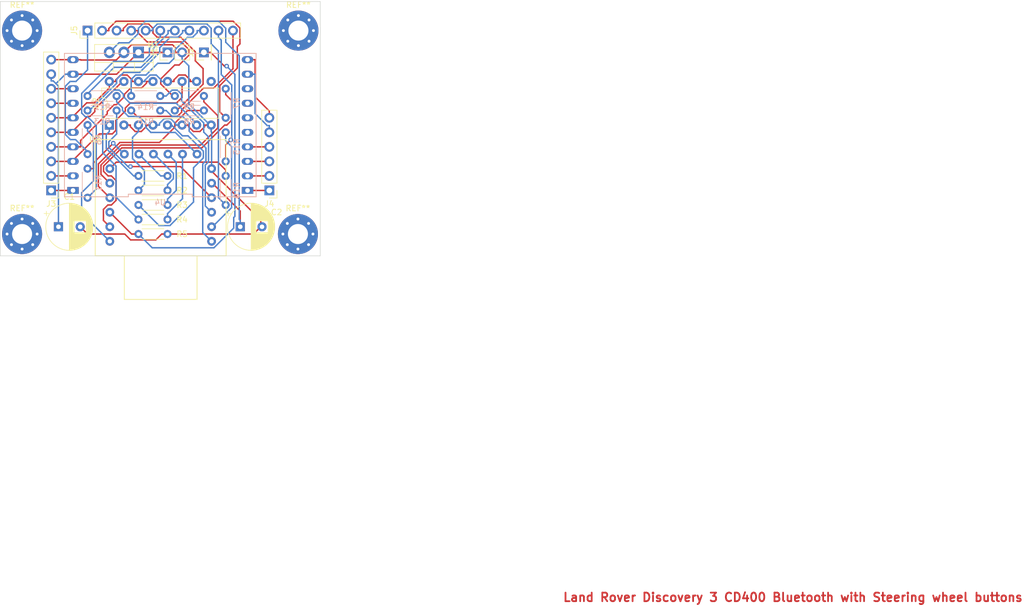
<source format=kicad_pcb>
(kicad_pcb (version 20171130) (host pcbnew "(5.0.2)-1")

  (general
    (thickness 1.6)
    (drawings 5)
    (tracks 432)
    (zones 0)
    (modules 31)
    (nets 54)
  )

  (page A4)
  (layers
    (0 F.Cu signal)
    (31 B.Cu signal)
    (32 B.Adhes user hide)
    (33 F.Adhes user hide)
    (34 B.Paste user hide)
    (35 F.Paste user hide)
    (36 B.SilkS user)
    (37 F.SilkS user)
    (38 B.Mask user hide)
    (39 F.Mask user hide)
    (40 Dwgs.User user hide)
    (41 Cmts.User user hide)
    (42 Eco1.User user hide)
    (43 Eco2.User user hide)
    (44 Edge.Cuts user)
    (45 Margin user hide)
    (46 B.CrtYd user hide)
    (47 F.CrtYd user hide)
    (48 B.Fab user hide)
    (49 F.Fab user hide)
  )

  (setup
    (last_trace_width 0.25)
    (trace_clearance 0.2)
    (zone_clearance 0.508)
    (zone_45_only no)
    (trace_min 0.2)
    (segment_width 0.2)
    (edge_width 0.1)
    (via_size 0.8)
    (via_drill 0.4)
    (via_min_size 0.4)
    (via_min_drill 0.3)
    (uvia_size 0.3)
    (uvia_drill 0.1)
    (uvias_allowed no)
    (uvia_min_size 0.2)
    (uvia_min_drill 0.1)
    (pcb_text_width 0.3)
    (pcb_text_size 1.5 1.5)
    (mod_edge_width 0.15)
    (mod_text_size 1 1)
    (mod_text_width 0.15)
    (pad_size 1.5 1.5)
    (pad_drill 0.6)
    (pad_to_mask_clearance 0)
    (solder_mask_min_width 0.25)
    (aux_axis_origin 153.67 45.72)
    (visible_elements 7FFFFFFF)
    (pcbplotparams
      (layerselection 0x010fc_ffffffff)
      (usegerberextensions false)
      (usegerberattributes false)
      (usegerberadvancedattributes false)
      (creategerberjobfile false)
      (excludeedgelayer true)
      (linewidth 0.100000)
      (plotframeref false)
      (viasonmask false)
      (mode 1)
      (useauxorigin false)
      (hpglpennumber 1)
      (hpglpenspeed 20)
      (hpglpendiameter 15.000000)
      (psnegative false)
      (psa4output false)
      (plotreference true)
      (plotvalue true)
      (plotinvisibletext false)
      (padsonsilk false)
      (subtractmaskfromsilk false)
      (outputformat 1)
      (mirror false)
      (drillshape 1)
      (scaleselection 1)
      (outputdirectory ""))
  )

  (net 0 "")
  (net 1 "Net-(R1-Pad2)")
  (net 2 "Net-(R2-Pad2)")
  (net 3 "Net-(R3-Pad2)")
  (net 4 "Net-(R4-Pad2)")
  (net 5 GND)
  (net 6 "Net-(C2-Pad1)")
  (net 7 "Net-(R1-Pad1)")
  (net 8 "Net-(R2-Pad1)")
  (net 9 "Net-(R3-Pad1)")
  (net 10 "Net-(R4-Pad1)")
  (net 11 +BATT)
  (net 12 "Net-(J2-Pad1)")
  (net 13 "Net-(R16-Pad2)")
  (net 14 "Net-(R15-Pad2)")
  (net 15 "Net-(R14-Pad2)")
  (net 16 "Net-(R13-Pad2)")
  (net 17 "Net-(R12-Pad2)")
  (net 18 "Net-(R11-Pad2)")
  (net 19 "Net-(R10-Pad2)")
  (net 20 "Net-(R9-Pad2)")
  (net 21 "Net-(R8-Pad2)")
  (net 22 "Net-(R7-Pad2)")
  (net 23 "Net-(R6-Pad2)")
  (net 24 "Net-(J4-Pad6)")
  (net 25 "Net-(J4-Pad5)")
  (net 26 "Net-(J3-Pad8)")
  (net 27 "Net-(U4-Pad13)")
  (net 28 "Net-(J3-Pad7)")
  (net 29 "Net-(U4-Pad14)")
  (net 30 "Net-(J3-Pad6)")
  (net 31 "Net-(U4-Pad15)")
  (net 32 "Net-(J3-Pad5)")
  (net 33 "Net-(U4-Pad16)")
  (net 34 "Net-(J3-Pad4)")
  (net 35 "Net-(J4-Pad4)")
  (net 36 "Net-(J3-Pad3)")
  (net 37 "Net-(J4-Pad3)")
  (net 38 "Net-(J3-Pad2)")
  (net 39 "Net-(J4-Pad2)")
  (net 40 "Net-(J3-Pad1)")
  (net 41 "Net-(J4-Pad1)")
  (net 42 "Net-(J5-Pad9)")
  (net 43 "Net-(J5-Pad5)")
  (net 44 "Net-(J5-Pad2)")
  (net 45 "Net-(J5-Pad11)")
  (net 46 "Net-(J5-Pad10)")
  (net 47 "Net-(J5-Pad8)")
  (net 48 "Net-(J5-Pad7)")
  (net 49 "Net-(J5-Pad6)")
  (net 50 "Net-(J5-Pad3)")
  (net 51 "Net-(J5-Pad1)")
  (net 52 "Net-(J5-Pad4)")
  (net 53 "Net-(U2-Pad9)")

  (net_class Default "This is the default net class."
    (clearance 0.2)
    (trace_width 0.25)
    (via_dia 0.8)
    (via_drill 0.4)
    (uvia_dia 0.3)
    (uvia_drill 0.1)
    (add_net +BATT)
    (add_net GND)
    (add_net "Net-(C2-Pad1)")
    (add_net "Net-(J2-Pad1)")
    (add_net "Net-(J3-Pad1)")
    (add_net "Net-(J3-Pad2)")
    (add_net "Net-(J3-Pad3)")
    (add_net "Net-(J3-Pad4)")
    (add_net "Net-(J3-Pad5)")
    (add_net "Net-(J3-Pad6)")
    (add_net "Net-(J3-Pad7)")
    (add_net "Net-(J3-Pad8)")
    (add_net "Net-(J4-Pad1)")
    (add_net "Net-(J4-Pad2)")
    (add_net "Net-(J4-Pad3)")
    (add_net "Net-(J4-Pad4)")
    (add_net "Net-(J4-Pad5)")
    (add_net "Net-(J4-Pad6)")
    (add_net "Net-(J5-Pad1)")
    (add_net "Net-(J5-Pad10)")
    (add_net "Net-(J5-Pad11)")
    (add_net "Net-(J5-Pad2)")
    (add_net "Net-(J5-Pad3)")
    (add_net "Net-(J5-Pad4)")
    (add_net "Net-(J5-Pad5)")
    (add_net "Net-(J5-Pad6)")
    (add_net "Net-(J5-Pad7)")
    (add_net "Net-(J5-Pad8)")
    (add_net "Net-(J5-Pad9)")
    (add_net "Net-(R1-Pad1)")
    (add_net "Net-(R1-Pad2)")
    (add_net "Net-(R10-Pad2)")
    (add_net "Net-(R11-Pad2)")
    (add_net "Net-(R12-Pad2)")
    (add_net "Net-(R13-Pad2)")
    (add_net "Net-(R14-Pad2)")
    (add_net "Net-(R15-Pad2)")
    (add_net "Net-(R16-Pad2)")
    (add_net "Net-(R2-Pad1)")
    (add_net "Net-(R2-Pad2)")
    (add_net "Net-(R3-Pad1)")
    (add_net "Net-(R3-Pad2)")
    (add_net "Net-(R4-Pad1)")
    (add_net "Net-(R4-Pad2)")
    (add_net "Net-(R6-Pad2)")
    (add_net "Net-(R7-Pad2)")
    (add_net "Net-(R8-Pad2)")
    (add_net "Net-(R9-Pad2)")
    (add_net "Net-(U2-Pad9)")
    (add_net "Net-(U4-Pad13)")
    (add_net "Net-(U4-Pad14)")
    (add_net "Net-(U4-Pad15)")
    (add_net "Net-(U4-Pad16)")
  )

  (module MountingHole:MountingHole_3.5mm_Pad_Via (layer F.Cu) (tedit 56DDBDB4) (tstamp 5C8DD6D3)
    (at 93.98 125.73)
    (descr "Mounting Hole 3.5mm")
    (tags "mounting hole 3.5mm")
    (attr virtual)
    (fp_text reference REF** (at 0 -4.5) (layer F.SilkS)
      (effects (font (size 1 1) (thickness 0.15)))
    )
    (fp_text value MountingHole_3.5mm_Pad_Via (at 0 4.5) (layer F.Fab)
      (effects (font (size 1 1) (thickness 0.15)))
    )
    (fp_text user %R (at 0.3 0) (layer F.Fab)
      (effects (font (size 1 1) (thickness 0.15)))
    )
    (fp_circle (center 0 0) (end 3.5 0) (layer Cmts.User) (width 0.15))
    (fp_circle (center 0 0) (end 3.75 0) (layer F.CrtYd) (width 0.05))
    (pad 1 thru_hole circle (at 0 0) (size 7 7) (drill 3.5) (layers *.Cu *.Mask))
    (pad 1 thru_hole circle (at 2.625 0) (size 0.8 0.8) (drill 0.5) (layers *.Cu *.Mask))
    (pad 1 thru_hole circle (at 1.856155 1.856155) (size 0.8 0.8) (drill 0.5) (layers *.Cu *.Mask))
    (pad 1 thru_hole circle (at 0 2.625) (size 0.8 0.8) (drill 0.5) (layers *.Cu *.Mask))
    (pad 1 thru_hole circle (at -1.856155 1.856155) (size 0.8 0.8) (drill 0.5) (layers *.Cu *.Mask))
    (pad 1 thru_hole circle (at -2.625 0) (size 0.8 0.8) (drill 0.5) (layers *.Cu *.Mask))
    (pad 1 thru_hole circle (at -1.856155 -1.856155) (size 0.8 0.8) (drill 0.5) (layers *.Cu *.Mask))
    (pad 1 thru_hole circle (at 0 -2.625) (size 0.8 0.8) (drill 0.5) (layers *.Cu *.Mask))
    (pad 1 thru_hole circle (at 1.856155 -1.856155) (size 0.8 0.8) (drill 0.5) (layers *.Cu *.Mask))
  )

  (module MountingHole:MountingHole_3.5mm_Pad_Via (layer F.Cu) (tedit 56DDBDB4) (tstamp 5C8DD6D3)
    (at 142.155 125.73)
    (descr "Mounting Hole 3.5mm")
    (tags "mounting hole 3.5mm")
    (attr virtual)
    (fp_text reference REF** (at 0 -4.5) (layer F.SilkS)
      (effects (font (size 1 1) (thickness 0.15)))
    )
    (fp_text value MountingHole_3.5mm_Pad_Via (at 0 4.5) (layer F.Fab)
      (effects (font (size 1 1) (thickness 0.15)))
    )
    (fp_text user %R (at 0.3 0) (layer F.Fab)
      (effects (font (size 1 1) (thickness 0.15)))
    )
    (fp_circle (center 0 0) (end 3.5 0) (layer Cmts.User) (width 0.15))
    (fp_circle (center 0 0) (end 3.75 0) (layer F.CrtYd) (width 0.05))
    (pad 1 thru_hole circle (at 0 0) (size 7 7) (drill 3.5) (layers *.Cu *.Mask))
    (pad 1 thru_hole circle (at 2.625 0) (size 0.8 0.8) (drill 0.5) (layers *.Cu *.Mask))
    (pad 1 thru_hole circle (at 1.856155 1.856155) (size 0.8 0.8) (drill 0.5) (layers *.Cu *.Mask))
    (pad 1 thru_hole circle (at 0 2.625) (size 0.8 0.8) (drill 0.5) (layers *.Cu *.Mask))
    (pad 1 thru_hole circle (at -1.856155 1.856155) (size 0.8 0.8) (drill 0.5) (layers *.Cu *.Mask))
    (pad 1 thru_hole circle (at -2.625 0) (size 0.8 0.8) (drill 0.5) (layers *.Cu *.Mask))
    (pad 1 thru_hole circle (at -1.856155 -1.856155) (size 0.8 0.8) (drill 0.5) (layers *.Cu *.Mask))
    (pad 1 thru_hole circle (at 0 -2.625) (size 0.8 0.8) (drill 0.5) (layers *.Cu *.Mask))
    (pad 1 thru_hole circle (at 1.856155 -1.856155) (size 0.8 0.8) (drill 0.5) (layers *.Cu *.Mask))
  )

  (module MountingHole:MountingHole_3.5mm_Pad_Via (layer F.Cu) (tedit 56DDBDB4) (tstamp 5C8DD6D3)
    (at 93.98 90.17)
    (descr "Mounting Hole 3.5mm")
    (tags "mounting hole 3.5mm")
    (attr virtual)
    (fp_text reference REF** (at 0 -4.5) (layer F.SilkS)
      (effects (font (size 1 1) (thickness 0.15)))
    )
    (fp_text value MountingHole_3.5mm_Pad_Via (at 0 4.5) (layer F.Fab)
      (effects (font (size 1 1) (thickness 0.15)))
    )
    (fp_text user %R (at 0.3 0) (layer F.Fab)
      (effects (font (size 1 1) (thickness 0.15)))
    )
    (fp_circle (center 0 0) (end 3.5 0) (layer Cmts.User) (width 0.15))
    (fp_circle (center 0 0) (end 3.75 0) (layer F.CrtYd) (width 0.05))
    (pad 1 thru_hole circle (at 0 0) (size 7 7) (drill 3.5) (layers *.Cu *.Mask))
    (pad 1 thru_hole circle (at 2.625 0) (size 0.8 0.8) (drill 0.5) (layers *.Cu *.Mask))
    (pad 1 thru_hole circle (at 1.856155 1.856155) (size 0.8 0.8) (drill 0.5) (layers *.Cu *.Mask))
    (pad 1 thru_hole circle (at 0 2.625) (size 0.8 0.8) (drill 0.5) (layers *.Cu *.Mask))
    (pad 1 thru_hole circle (at -1.856155 1.856155) (size 0.8 0.8) (drill 0.5) (layers *.Cu *.Mask))
    (pad 1 thru_hole circle (at -2.625 0) (size 0.8 0.8) (drill 0.5) (layers *.Cu *.Mask))
    (pad 1 thru_hole circle (at -1.856155 -1.856155) (size 0.8 0.8) (drill 0.5) (layers *.Cu *.Mask))
    (pad 1 thru_hole circle (at 0 -2.625) (size 0.8 0.8) (drill 0.5) (layers *.Cu *.Mask))
    (pad 1 thru_hole circle (at 1.856155 -1.856155) (size 0.8 0.8) (drill 0.5) (layers *.Cu *.Mask))
  )

  (module Connector_PinHeader_2.54mm:PinHeader_1x06_P2.54mm_Vertical (layer F.Cu) (tedit 59FED5CC) (tstamp 5C7E8A87)
    (at 137.16 118.11 180)
    (descr "Through hole straight pin header, 1x06, 2.54mm pitch, single row")
    (tags "Through hole pin header THT 1x06 2.54mm single row")
    (path /5C76C6BB)
    (fp_text reference J4 (at 0 -2.33 180) (layer F.SilkS)
      (effects (font (size 1 1) (thickness 0.15)))
    )
    (fp_text value Conn_01x06_Male (at 0 15.03 180) (layer F.Fab)
      (effects (font (size 1 1) (thickness 0.15)))
    )
    (fp_line (start -0.635 -1.27) (end 1.27 -1.27) (layer F.Fab) (width 0.1))
    (fp_line (start 1.27 -1.27) (end 1.27 13.97) (layer F.Fab) (width 0.1))
    (fp_line (start 1.27 13.97) (end -1.27 13.97) (layer F.Fab) (width 0.1))
    (fp_line (start -1.27 13.97) (end -1.27 -0.635) (layer F.Fab) (width 0.1))
    (fp_line (start -1.27 -0.635) (end -0.635 -1.27) (layer F.Fab) (width 0.1))
    (fp_line (start -1.33 14.03) (end 1.33 14.03) (layer F.SilkS) (width 0.12))
    (fp_line (start -1.33 1.27) (end -1.33 14.03) (layer F.SilkS) (width 0.12))
    (fp_line (start 1.33 1.27) (end 1.33 14.03) (layer F.SilkS) (width 0.12))
    (fp_line (start -1.33 1.27) (end 1.33 1.27) (layer F.SilkS) (width 0.12))
    (fp_line (start -1.33 0) (end -1.33 -1.33) (layer F.SilkS) (width 0.12))
    (fp_line (start -1.33 -1.33) (end 0 -1.33) (layer F.SilkS) (width 0.12))
    (fp_line (start -1.8 -1.8) (end -1.8 14.5) (layer F.CrtYd) (width 0.05))
    (fp_line (start -1.8 14.5) (end 1.8 14.5) (layer F.CrtYd) (width 0.05))
    (fp_line (start 1.8 14.5) (end 1.8 -1.8) (layer F.CrtYd) (width 0.05))
    (fp_line (start 1.8 -1.8) (end -1.8 -1.8) (layer F.CrtYd) (width 0.05))
    (fp_text user %R (at 0 6.35 270) (layer F.Fab)
      (effects (font (size 1 1) (thickness 0.15)))
    )
    (pad 1 thru_hole rect (at 0 0 180) (size 1.7 1.7) (drill 1) (layers *.Cu *.Mask)
      (net 41 "Net-(J4-Pad1)"))
    (pad 2 thru_hole oval (at 0 2.54 180) (size 1.7 1.7) (drill 1) (layers *.Cu *.Mask)
      (net 39 "Net-(J4-Pad2)"))
    (pad 3 thru_hole oval (at 0 5.08 180) (size 1.7 1.7) (drill 1) (layers *.Cu *.Mask)
      (net 37 "Net-(J4-Pad3)"))
    (pad 4 thru_hole oval (at 0 7.62 180) (size 1.7 1.7) (drill 1) (layers *.Cu *.Mask)
      (net 35 "Net-(J4-Pad4)"))
    (pad 5 thru_hole oval (at 0 10.16 180) (size 1.7 1.7) (drill 1) (layers *.Cu *.Mask)
      (net 25 "Net-(J4-Pad5)"))
    (pad 6 thru_hole oval (at 0 12.7 180) (size 1.7 1.7) (drill 1) (layers *.Cu *.Mask)
      (net 24 "Net-(J4-Pad6)"))
    (model ${KISYS3DMOD}/Connector_PinHeader_2.54mm.3dshapes/PinHeader_1x06_P2.54mm_Vertical.wrl
      (at (xyz 0 0 0))
      (scale (xyz 1 1 1))
      (rotate (xyz 0 0 0))
    )
  )

  (module Connector_PinHeader_2.54mm:PinHeader_1x10_P2.54mm_Vertical (layer F.Cu) (tedit 59FED5CC) (tstamp 5C7E8A6D)
    (at 99.06 118.11 180)
    (descr "Through hole straight pin header, 1x10, 2.54mm pitch, single row")
    (tags "Through hole pin header THT 1x10 2.54mm single row")
    (path /5C71D41B)
    (fp_text reference J3 (at 0 -2.33 180) (layer F.SilkS)
      (effects (font (size 1 1) (thickness 0.15)))
    )
    (fp_text value Conn_01x10_Male (at 0 25.19 180) (layer F.Fab)
      (effects (font (size 1 1) (thickness 0.15)))
    )
    (fp_line (start -0.635 -1.27) (end 1.27 -1.27) (layer F.Fab) (width 0.1))
    (fp_line (start 1.27 -1.27) (end 1.27 24.13) (layer F.Fab) (width 0.1))
    (fp_line (start 1.27 24.13) (end -1.27 24.13) (layer F.Fab) (width 0.1))
    (fp_line (start -1.27 24.13) (end -1.27 -0.635) (layer F.Fab) (width 0.1))
    (fp_line (start -1.27 -0.635) (end -0.635 -1.27) (layer F.Fab) (width 0.1))
    (fp_line (start -1.33 24.19) (end 1.33 24.19) (layer F.SilkS) (width 0.12))
    (fp_line (start -1.33 1.27) (end -1.33 24.19) (layer F.SilkS) (width 0.12))
    (fp_line (start 1.33 1.27) (end 1.33 24.19) (layer F.SilkS) (width 0.12))
    (fp_line (start -1.33 1.27) (end 1.33 1.27) (layer F.SilkS) (width 0.12))
    (fp_line (start -1.33 0) (end -1.33 -1.33) (layer F.SilkS) (width 0.12))
    (fp_line (start -1.33 -1.33) (end 0 -1.33) (layer F.SilkS) (width 0.12))
    (fp_line (start -1.8 -1.8) (end -1.8 24.65) (layer F.CrtYd) (width 0.05))
    (fp_line (start -1.8 24.65) (end 1.8 24.65) (layer F.CrtYd) (width 0.05))
    (fp_line (start 1.8 24.65) (end 1.8 -1.8) (layer F.CrtYd) (width 0.05))
    (fp_line (start 1.8 -1.8) (end -1.8 -1.8) (layer F.CrtYd) (width 0.05))
    (fp_text user %R (at 0 11.43 270) (layer F.Fab)
      (effects (font (size 1 1) (thickness 0.15)))
    )
    (pad 1 thru_hole rect (at 0 0 180) (size 1.7 1.7) (drill 1) (layers *.Cu *.Mask)
      (net 40 "Net-(J3-Pad1)"))
    (pad 2 thru_hole oval (at 0 2.54 180) (size 1.7 1.7) (drill 1) (layers *.Cu *.Mask)
      (net 38 "Net-(J3-Pad2)"))
    (pad 3 thru_hole oval (at 0 5.08 180) (size 1.7 1.7) (drill 1) (layers *.Cu *.Mask)
      (net 36 "Net-(J3-Pad3)"))
    (pad 4 thru_hole oval (at 0 7.62 180) (size 1.7 1.7) (drill 1) (layers *.Cu *.Mask)
      (net 34 "Net-(J3-Pad4)"))
    (pad 5 thru_hole oval (at 0 10.16 180) (size 1.7 1.7) (drill 1) (layers *.Cu *.Mask)
      (net 32 "Net-(J3-Pad5)"))
    (pad 6 thru_hole oval (at 0 12.7 180) (size 1.7 1.7) (drill 1) (layers *.Cu *.Mask)
      (net 30 "Net-(J3-Pad6)"))
    (pad 7 thru_hole oval (at 0 15.24 180) (size 1.7 1.7) (drill 1) (layers *.Cu *.Mask)
      (net 28 "Net-(J3-Pad7)"))
    (pad 8 thru_hole oval (at 0 17.78 180) (size 1.7 1.7) (drill 1) (layers *.Cu *.Mask)
      (net 26 "Net-(J3-Pad8)"))
    (pad 9 thru_hole oval (at 0 20.32 180) (size 1.7 1.7) (drill 1) (layers *.Cu *.Mask)
      (net 11 +BATT))
    (pad 10 thru_hole oval (at 0 22.86 180) (size 1.7 1.7) (drill 1) (layers *.Cu *.Mask)
      (net 5 GND))
    (model ${KISYS3DMOD}/Connector_PinHeader_2.54mm.3dshapes/PinHeader_1x10_P2.54mm_Vertical.wrl
      (at (xyz 0 0 0))
      (scale (xyz 1 1 1))
      (rotate (xyz 0 0 0))
    )
  )

  (module Connector_PinHeader_2.54mm:PinHeader_1x11_P2.54mm_Vertical (layer F.Cu) (tedit 59FED5CC) (tstamp 5C7E8A4F)
    (at 105.41 90.17 90)
    (descr "Through hole straight pin header, 1x11, 2.54mm pitch, single row")
    (tags "Through hole pin header THT 1x11 2.54mm single row")
    (path /5C771223)
    (fp_text reference J5 (at 0 -2.33 90) (layer F.SilkS)
      (effects (font (size 1 1) (thickness 0.15)))
    )
    (fp_text value Conn_01x11_Male (at 0 27.73 90) (layer F.Fab)
      (effects (font (size 1 1) (thickness 0.15)))
    )
    (fp_line (start -0.635 -1.27) (end 1.27 -1.27) (layer F.Fab) (width 0.1))
    (fp_line (start 1.27 -1.27) (end 1.27 26.67) (layer F.Fab) (width 0.1))
    (fp_line (start 1.27 26.67) (end -1.27 26.67) (layer F.Fab) (width 0.1))
    (fp_line (start -1.27 26.67) (end -1.27 -0.635) (layer F.Fab) (width 0.1))
    (fp_line (start -1.27 -0.635) (end -0.635 -1.27) (layer F.Fab) (width 0.1))
    (fp_line (start -1.33 26.73) (end 1.33 26.73) (layer F.SilkS) (width 0.12))
    (fp_line (start -1.33 1.27) (end -1.33 26.73) (layer F.SilkS) (width 0.12))
    (fp_line (start 1.33 1.27) (end 1.33 26.73) (layer F.SilkS) (width 0.12))
    (fp_line (start -1.33 1.27) (end 1.33 1.27) (layer F.SilkS) (width 0.12))
    (fp_line (start -1.33 0) (end -1.33 -1.33) (layer F.SilkS) (width 0.12))
    (fp_line (start -1.33 -1.33) (end 0 -1.33) (layer F.SilkS) (width 0.12))
    (fp_line (start -1.8 -1.8) (end -1.8 27.2) (layer F.CrtYd) (width 0.05))
    (fp_line (start -1.8 27.2) (end 1.8 27.2) (layer F.CrtYd) (width 0.05))
    (fp_line (start 1.8 27.2) (end 1.8 -1.8) (layer F.CrtYd) (width 0.05))
    (fp_line (start 1.8 -1.8) (end -1.8 -1.8) (layer F.CrtYd) (width 0.05))
    (fp_text user %R (at 0 12.7 180) (layer F.Fab)
      (effects (font (size 1 1) (thickness 0.15)))
    )
    (pad 1 thru_hole rect (at 0 0 90) (size 1.7 1.7) (drill 1) (layers *.Cu *.Mask)
      (net 51 "Net-(J5-Pad1)"))
    (pad 2 thru_hole oval (at 0 2.54 90) (size 1.7 1.7) (drill 1) (layers *.Cu *.Mask)
      (net 44 "Net-(J5-Pad2)"))
    (pad 3 thru_hole oval (at 0 5.08 90) (size 1.7 1.7) (drill 1) (layers *.Cu *.Mask)
      (net 50 "Net-(J5-Pad3)"))
    (pad 4 thru_hole oval (at 0 7.62 90) (size 1.7 1.7) (drill 1) (layers *.Cu *.Mask)
      (net 52 "Net-(J5-Pad4)"))
    (pad 5 thru_hole oval (at 0 10.16 90) (size 1.7 1.7) (drill 1) (layers *.Cu *.Mask)
      (net 43 "Net-(J5-Pad5)"))
    (pad 6 thru_hole oval (at 0 12.7 90) (size 1.7 1.7) (drill 1) (layers *.Cu *.Mask)
      (net 49 "Net-(J5-Pad6)"))
    (pad 7 thru_hole oval (at 0 15.24 90) (size 1.7 1.7) (drill 1) (layers *.Cu *.Mask)
      (net 48 "Net-(J5-Pad7)"))
    (pad 8 thru_hole oval (at 0 17.78 90) (size 1.7 1.7) (drill 1) (layers *.Cu *.Mask)
      (net 47 "Net-(J5-Pad8)"))
    (pad 9 thru_hole oval (at 0 20.32 90) (size 1.7 1.7) (drill 1) (layers *.Cu *.Mask)
      (net 42 "Net-(J5-Pad9)"))
    (pad 10 thru_hole oval (at 0 22.86 90) (size 1.7 1.7) (drill 1) (layers *.Cu *.Mask)
      (net 46 "Net-(J5-Pad10)"))
    (pad 11 thru_hole oval (at 0 25.4 90) (size 1.7 1.7) (drill 1) (layers *.Cu *.Mask)
      (net 45 "Net-(J5-Pad11)"))
    (model ${KISYS3DMOD}/Connector_PinHeader_2.54mm.3dshapes/PinHeader_1x11_P2.54mm_Vertical.wrl
      (at (xyz 0 0 0))
      (scale (xyz 1 1 1))
      (rotate (xyz 0 0 0))
    )
  )

  (module Resistor_THT:R_Axial_DIN0204_L3.6mm_D1.6mm_P5.08mm_Horizontal (layer B.Cu) (tedit 5AE5139B) (tstamp 5C7E89B8)
    (at 120.65 101.6)
    (descr "Resistor, Axial_DIN0204 series, Axial, Horizontal, pin pitch=5.08mm, 0.167W, length*diameter=3.6*1.6mm^2, http://cdn-reichelt.de/documents/datenblatt/B400/1_4W%23YAG.pdf")
    (tags "Resistor Axial_DIN0204 series Axial Horizontal pin pitch 5.08mm 0.167W length 3.6mm diameter 1.6mm")
    (path /5C7E868A)
    (fp_text reference R9 (at 2.54 1.92) (layer B.SilkS)
      (effects (font (size 1 1) (thickness 0.15)) (justify mirror))
    )
    (fp_text value R267 (at 2.54 -1.92) (layer B.Fab)
      (effects (font (size 1 1) (thickness 0.15)) (justify mirror))
    )
    (fp_line (start 0.74 0.8) (end 0.74 -0.8) (layer B.Fab) (width 0.1))
    (fp_line (start 0.74 -0.8) (end 4.34 -0.8) (layer B.Fab) (width 0.1))
    (fp_line (start 4.34 -0.8) (end 4.34 0.8) (layer B.Fab) (width 0.1))
    (fp_line (start 4.34 0.8) (end 0.74 0.8) (layer B.Fab) (width 0.1))
    (fp_line (start 0 0) (end 0.74 0) (layer B.Fab) (width 0.1))
    (fp_line (start 5.08 0) (end 4.34 0) (layer B.Fab) (width 0.1))
    (fp_line (start 0.62 0.92) (end 4.46 0.92) (layer B.SilkS) (width 0.12))
    (fp_line (start 0.62 -0.92) (end 4.46 -0.92) (layer B.SilkS) (width 0.12))
    (fp_line (start -0.95 1.05) (end -0.95 -1.05) (layer B.CrtYd) (width 0.05))
    (fp_line (start -0.95 -1.05) (end 6.03 -1.05) (layer B.CrtYd) (width 0.05))
    (fp_line (start 6.03 -1.05) (end 6.03 1.05) (layer B.CrtYd) (width 0.05))
    (fp_line (start 6.03 1.05) (end -0.95 1.05) (layer B.CrtYd) (width 0.05))
    (fp_text user %R (at 2.54 0) (layer B.Fab)
      (effects (font (size 0.72 0.72) (thickness 0.108)) (justify mirror))
    )
    (pad 1 thru_hole circle (at 0 0) (size 1.4 1.4) (drill 0.7) (layers *.Cu *.Mask)
      (net 52 "Net-(J5-Pad4)"))
    (pad 2 thru_hole oval (at 5.08 0) (size 1.4 1.4) (drill 0.7) (layers *.Cu *.Mask)
      (net 20 "Net-(R9-Pad2)"))
    (model ${KISYS3DMOD}/Resistor_THT.3dshapes/R_Axial_DIN0204_L3.6mm_D1.6mm_P5.08mm_Horizontal.wrl
      (at (xyz 0 0 0))
      (scale (xyz 1 1 1))
      (rotate (xyz 0 0 0))
    )
  )

  (module Resistor_THT:R_Axial_DIN0204_L3.6mm_D1.6mm_P5.08mm_Horizontal (layer B.Cu) (tedit 5AE5139B) (tstamp 5C7E88F1)
    (at 105.41 111.76 90)
    (descr "Resistor, Axial_DIN0204 series, Axial, Horizontal, pin pitch=5.08mm, 0.167W, length*diameter=3.6*1.6mm^2, http://cdn-reichelt.de/documents/datenblatt/B400/1_4W%23YAG.pdf")
    (tags "Resistor Axial_DIN0204 series Axial Horizontal pin pitch 5.08mm 0.167W length 3.6mm diameter 1.6mm")
    (path /5C7D6609)
    (fp_text reference R6 (at 2.54 1.92 90) (layer B.SilkS)
      (effects (font (size 1 1) (thickness 0.15)) (justify mirror))
    )
    (fp_text value R267 (at 2.54 -1.92 90) (layer B.Fab)
      (effects (font (size 1 1) (thickness 0.15)) (justify mirror))
    )
    (fp_text user %R (at 2.54 0 90) (layer B.Fab)
      (effects (font (size 0.72 0.72) (thickness 0.108)) (justify mirror))
    )
    (fp_line (start 6.03 1.05) (end -0.95 1.05) (layer B.CrtYd) (width 0.05))
    (fp_line (start 6.03 -1.05) (end 6.03 1.05) (layer B.CrtYd) (width 0.05))
    (fp_line (start -0.95 -1.05) (end 6.03 -1.05) (layer B.CrtYd) (width 0.05))
    (fp_line (start -0.95 1.05) (end -0.95 -1.05) (layer B.CrtYd) (width 0.05))
    (fp_line (start 0.62 -0.92) (end 4.46 -0.92) (layer B.SilkS) (width 0.12))
    (fp_line (start 0.62 0.92) (end 4.46 0.92) (layer B.SilkS) (width 0.12))
    (fp_line (start 5.08 0) (end 4.34 0) (layer B.Fab) (width 0.1))
    (fp_line (start 0 0) (end 0.74 0) (layer B.Fab) (width 0.1))
    (fp_line (start 4.34 0.8) (end 0.74 0.8) (layer B.Fab) (width 0.1))
    (fp_line (start 4.34 -0.8) (end 4.34 0.8) (layer B.Fab) (width 0.1))
    (fp_line (start 0.74 -0.8) (end 4.34 -0.8) (layer B.Fab) (width 0.1))
    (fp_line (start 0.74 0.8) (end 0.74 -0.8) (layer B.Fab) (width 0.1))
    (pad 2 thru_hole oval (at 5.08 0 90) (size 1.4 1.4) (drill 0.7) (layers *.Cu *.Mask)
      (net 23 "Net-(R6-Pad2)"))
    (pad 1 thru_hole circle (at 0 0 90) (size 1.4 1.4) (drill 0.7) (layers *.Cu *.Mask)
      (net 51 "Net-(J5-Pad1)"))
    (model ${KISYS3DMOD}/Resistor_THT.3dshapes/R_Axial_DIN0204_L3.6mm_D1.6mm_P5.08mm_Horizontal.wrl
      (at (xyz 0 0 0))
      (scale (xyz 1 1 1))
      (rotate (xyz 0 0 0))
    )
  )

  (module Resistor_THT:R_Axial_DIN0204_L3.6mm_D1.6mm_P5.08mm_Horizontal (layer B.Cu) (tedit 5AE5139B) (tstamp 5C7E88DE)
    (at 120.65 104.14)
    (descr "Resistor, Axial_DIN0204 series, Axial, Horizontal, pin pitch=5.08mm, 0.167W, length*diameter=3.6*1.6mm^2, http://cdn-reichelt.de/documents/datenblatt/B400/1_4W%23YAG.pdf")
    (tags "Resistor Axial_DIN0204 series Axial Horizontal pin pitch 5.08mm 0.167W length 3.6mm diameter 1.6mm")
    (path /5C7E2668)
    (fp_text reference R8 (at 2.54 1.92) (layer B.SilkS)
      (effects (font (size 1 1) (thickness 0.15)) (justify mirror))
    )
    (fp_text value R267 (at 2.54 -1.92) (layer B.Fab)
      (effects (font (size 1 1) (thickness 0.15)) (justify mirror))
    )
    (fp_line (start 0.74 0.8) (end 0.74 -0.8) (layer B.Fab) (width 0.1))
    (fp_line (start 0.74 -0.8) (end 4.34 -0.8) (layer B.Fab) (width 0.1))
    (fp_line (start 4.34 -0.8) (end 4.34 0.8) (layer B.Fab) (width 0.1))
    (fp_line (start 4.34 0.8) (end 0.74 0.8) (layer B.Fab) (width 0.1))
    (fp_line (start 0 0) (end 0.74 0) (layer B.Fab) (width 0.1))
    (fp_line (start 5.08 0) (end 4.34 0) (layer B.Fab) (width 0.1))
    (fp_line (start 0.62 0.92) (end 4.46 0.92) (layer B.SilkS) (width 0.12))
    (fp_line (start 0.62 -0.92) (end 4.46 -0.92) (layer B.SilkS) (width 0.12))
    (fp_line (start -0.95 1.05) (end -0.95 -1.05) (layer B.CrtYd) (width 0.05))
    (fp_line (start -0.95 -1.05) (end 6.03 -1.05) (layer B.CrtYd) (width 0.05))
    (fp_line (start 6.03 -1.05) (end 6.03 1.05) (layer B.CrtYd) (width 0.05))
    (fp_line (start 6.03 1.05) (end -0.95 1.05) (layer B.CrtYd) (width 0.05))
    (fp_text user %R (at 2.54 0) (layer B.Fab)
      (effects (font (size 0.72 0.72) (thickness 0.108)) (justify mirror))
    )
    (pad 1 thru_hole circle (at 0 0) (size 1.4 1.4) (drill 0.7) (layers *.Cu *.Mask)
      (net 50 "Net-(J5-Pad3)"))
    (pad 2 thru_hole oval (at 5.08 0) (size 1.4 1.4) (drill 0.7) (layers *.Cu *.Mask)
      (net 21 "Net-(R8-Pad2)"))
    (model ${KISYS3DMOD}/Resistor_THT.3dshapes/R_Axial_DIN0204_L3.6mm_D1.6mm_P5.08mm_Horizontal.wrl
      (at (xyz 0 0 0))
      (scale (xyz 1 1 1))
      (rotate (xyz 0 0 0))
    )
  )

  (module Resistor_THT:R_Axial_DIN0204_L3.6mm_D1.6mm_P5.08mm_Horizontal (layer B.Cu) (tedit 5AE5139B) (tstamp 5C7E88CB)
    (at 105.41 119.38 90)
    (descr "Resistor, Axial_DIN0204 series, Axial, Horizontal, pin pitch=5.08mm, 0.167W, length*diameter=3.6*1.6mm^2, http://cdn-reichelt.de/documents/datenblatt/B400/1_4W%23YAG.pdf")
    (tags "Resistor Axial_DIN0204 series Axial Horizontal pin pitch 5.08mm 0.167W length 3.6mm diameter 1.6mm")
    (path /5C855DB1)
    (fp_text reference R11 (at 2.54 1.92 90) (layer B.SilkS)
      (effects (font (size 1 1) (thickness 0.15)) (justify mirror))
    )
    (fp_text value R267 (at 2.54 -1.92 90) (layer B.Fab)
      (effects (font (size 1 1) (thickness 0.15)) (justify mirror))
    )
    (fp_text user %R (at 2.54 0 90) (layer B.Fab)
      (effects (font (size 0.72 0.72) (thickness 0.108)) (justify mirror))
    )
    (fp_line (start 6.03 1.05) (end -0.95 1.05) (layer B.CrtYd) (width 0.05))
    (fp_line (start 6.03 -1.05) (end 6.03 1.05) (layer B.CrtYd) (width 0.05))
    (fp_line (start -0.95 -1.05) (end 6.03 -1.05) (layer B.CrtYd) (width 0.05))
    (fp_line (start -0.95 1.05) (end -0.95 -1.05) (layer B.CrtYd) (width 0.05))
    (fp_line (start 0.62 -0.92) (end 4.46 -0.92) (layer B.SilkS) (width 0.12))
    (fp_line (start 0.62 0.92) (end 4.46 0.92) (layer B.SilkS) (width 0.12))
    (fp_line (start 5.08 0) (end 4.34 0) (layer B.Fab) (width 0.1))
    (fp_line (start 0 0) (end 0.74 0) (layer B.Fab) (width 0.1))
    (fp_line (start 4.34 0.8) (end 0.74 0.8) (layer B.Fab) (width 0.1))
    (fp_line (start 4.34 -0.8) (end 4.34 0.8) (layer B.Fab) (width 0.1))
    (fp_line (start 0.74 -0.8) (end 4.34 -0.8) (layer B.Fab) (width 0.1))
    (fp_line (start 0.74 0.8) (end 0.74 -0.8) (layer B.Fab) (width 0.1))
    (pad 2 thru_hole oval (at 5.08 0 90) (size 1.4 1.4) (drill 0.7) (layers *.Cu *.Mask)
      (net 18 "Net-(R11-Pad2)"))
    (pad 1 thru_hole circle (at 0 0 90) (size 1.4 1.4) (drill 0.7) (layers *.Cu *.Mask)
      (net 49 "Net-(J5-Pad6)"))
    (model ${KISYS3DMOD}/Resistor_THT.3dshapes/R_Axial_DIN0204_L3.6mm_D1.6mm_P5.08mm_Horizontal.wrl
      (at (xyz 0 0 0))
      (scale (xyz 1 1 1))
      (rotate (xyz 0 0 0))
    )
  )

  (module Resistor_THT:R_Axial_DIN0204_L3.6mm_D1.6mm_P5.08mm_Horizontal (layer B.Cu) (tedit 5AE5139B) (tstamp 5C7E88B8)
    (at 105.41 101.6)
    (descr "Resistor, Axial_DIN0204 series, Axial, Horizontal, pin pitch=5.08mm, 0.167W, length*diameter=3.6*1.6mm^2, http://cdn-reichelt.de/documents/datenblatt/B400/1_4W%23YAG.pdf")
    (tags "Resistor Axial_DIN0204 series Axial Horizontal pin pitch 5.08mm 0.167W length 3.6mm diameter 1.6mm")
    (path /5C850C7F)
    (fp_text reference R12 (at 2.54 1.92) (layer B.SilkS)
      (effects (font (size 1 1) (thickness 0.15)) (justify mirror))
    )
    (fp_text value R267 (at 2.54 -1.92) (layer B.Fab)
      (effects (font (size 1 1) (thickness 0.15)) (justify mirror))
    )
    (fp_line (start 0.74 0.8) (end 0.74 -0.8) (layer B.Fab) (width 0.1))
    (fp_line (start 0.74 -0.8) (end 4.34 -0.8) (layer B.Fab) (width 0.1))
    (fp_line (start 4.34 -0.8) (end 4.34 0.8) (layer B.Fab) (width 0.1))
    (fp_line (start 4.34 0.8) (end 0.74 0.8) (layer B.Fab) (width 0.1))
    (fp_line (start 0 0) (end 0.74 0) (layer B.Fab) (width 0.1))
    (fp_line (start 5.08 0) (end 4.34 0) (layer B.Fab) (width 0.1))
    (fp_line (start 0.62 0.92) (end 4.46 0.92) (layer B.SilkS) (width 0.12))
    (fp_line (start 0.62 -0.92) (end 4.46 -0.92) (layer B.SilkS) (width 0.12))
    (fp_line (start -0.95 1.05) (end -0.95 -1.05) (layer B.CrtYd) (width 0.05))
    (fp_line (start -0.95 -1.05) (end 6.03 -1.05) (layer B.CrtYd) (width 0.05))
    (fp_line (start 6.03 -1.05) (end 6.03 1.05) (layer B.CrtYd) (width 0.05))
    (fp_line (start 6.03 1.05) (end -0.95 1.05) (layer B.CrtYd) (width 0.05))
    (fp_text user %R (at 2.54 0) (layer B.Fab)
      (effects (font (size 0.72 0.72) (thickness 0.108)) (justify mirror))
    )
    (pad 1 thru_hole circle (at 0 0) (size 1.4 1.4) (drill 0.7) (layers *.Cu *.Mask)
      (net 48 "Net-(J5-Pad7)"))
    (pad 2 thru_hole oval (at 5.08 0) (size 1.4 1.4) (drill 0.7) (layers *.Cu *.Mask)
      (net 17 "Net-(R12-Pad2)"))
    (model ${KISYS3DMOD}/Resistor_THT.3dshapes/R_Axial_DIN0204_L3.6mm_D1.6mm_P5.08mm_Horizontal.wrl
      (at (xyz 0 0 0))
      (scale (xyz 1 1 1))
      (rotate (xyz 0 0 0))
    )
  )

  (module Resistor_THT:R_Axial_DIN0204_L3.6mm_D1.6mm_P5.08mm_Horizontal (layer B.Cu) (tedit 5AE5139B) (tstamp 5C7E88A5)
    (at 105.41 104.14)
    (descr "Resistor, Axial_DIN0204 series, Axial, Horizontal, pin pitch=5.08mm, 0.167W, length*diameter=3.6*1.6mm^2, http://cdn-reichelt.de/documents/datenblatt/B400/1_4W%23YAG.pdf")
    (tags "Resistor Axial_DIN0204 series Axial Horizontal pin pitch 5.08mm 0.167W length 3.6mm diameter 1.6mm")
    (path /5C850C86)
    (fp_text reference R13 (at 2.54 1.92) (layer B.SilkS)
      (effects (font (size 1 1) (thickness 0.15)) (justify mirror))
    )
    (fp_text value R267 (at 2.54 -1.92) (layer B.Fab)
      (effects (font (size 1 1) (thickness 0.15)) (justify mirror))
    )
    (fp_text user %R (at 2.54 0) (layer B.Fab)
      (effects (font (size 0.72 0.72) (thickness 0.108)) (justify mirror))
    )
    (fp_line (start 6.03 1.05) (end -0.95 1.05) (layer B.CrtYd) (width 0.05))
    (fp_line (start 6.03 -1.05) (end 6.03 1.05) (layer B.CrtYd) (width 0.05))
    (fp_line (start -0.95 -1.05) (end 6.03 -1.05) (layer B.CrtYd) (width 0.05))
    (fp_line (start -0.95 1.05) (end -0.95 -1.05) (layer B.CrtYd) (width 0.05))
    (fp_line (start 0.62 -0.92) (end 4.46 -0.92) (layer B.SilkS) (width 0.12))
    (fp_line (start 0.62 0.92) (end 4.46 0.92) (layer B.SilkS) (width 0.12))
    (fp_line (start 5.08 0) (end 4.34 0) (layer B.Fab) (width 0.1))
    (fp_line (start 0 0) (end 0.74 0) (layer B.Fab) (width 0.1))
    (fp_line (start 4.34 0.8) (end 0.74 0.8) (layer B.Fab) (width 0.1))
    (fp_line (start 4.34 -0.8) (end 4.34 0.8) (layer B.Fab) (width 0.1))
    (fp_line (start 0.74 -0.8) (end 4.34 -0.8) (layer B.Fab) (width 0.1))
    (fp_line (start 0.74 0.8) (end 0.74 -0.8) (layer B.Fab) (width 0.1))
    (pad 2 thru_hole oval (at 5.08 0) (size 1.4 1.4) (drill 0.7) (layers *.Cu *.Mask)
      (net 16 "Net-(R13-Pad2)"))
    (pad 1 thru_hole circle (at 0 0) (size 1.4 1.4) (drill 0.7) (layers *.Cu *.Mask)
      (net 47 "Net-(J5-Pad8)"))
    (model ${KISYS3DMOD}/Resistor_THT.3dshapes/R_Axial_DIN0204_L3.6mm_D1.6mm_P5.08mm_Horizontal.wrl
      (at (xyz 0 0 0))
      (scale (xyz 1 1 1))
      (rotate (xyz 0 0 0))
    )
  )

  (module Resistor_THT:R_Axial_DIN0204_L3.6mm_D1.6mm_P5.08mm_Horizontal (layer B.Cu) (tedit 5AE5139B) (tstamp 5C7E8892)
    (at 129.54 113.03 90)
    (descr "Resistor, Axial_DIN0204 series, Axial, Horizontal, pin pitch=5.08mm, 0.167W, length*diameter=3.6*1.6mm^2, http://cdn-reichelt.de/documents/datenblatt/B400/1_4W%23YAG.pdf")
    (tags "Resistor Axial_DIN0204 series Axial Horizontal pin pitch 5.08mm 0.167W length 3.6mm diameter 1.6mm")
    (path /5C850C94)
    (fp_text reference R15 (at 2.54 1.92 90) (layer B.SilkS)
      (effects (font (size 1 1) (thickness 0.15)) (justify mirror))
    )
    (fp_text value R267 (at 2.54 -1.92 90) (layer B.Fab)
      (effects (font (size 1 1) (thickness 0.15)) (justify mirror))
    )
    (fp_line (start 0.74 0.8) (end 0.74 -0.8) (layer B.Fab) (width 0.1))
    (fp_line (start 0.74 -0.8) (end 4.34 -0.8) (layer B.Fab) (width 0.1))
    (fp_line (start 4.34 -0.8) (end 4.34 0.8) (layer B.Fab) (width 0.1))
    (fp_line (start 4.34 0.8) (end 0.74 0.8) (layer B.Fab) (width 0.1))
    (fp_line (start 0 0) (end 0.74 0) (layer B.Fab) (width 0.1))
    (fp_line (start 5.08 0) (end 4.34 0) (layer B.Fab) (width 0.1))
    (fp_line (start 0.62 0.92) (end 4.46 0.92) (layer B.SilkS) (width 0.12))
    (fp_line (start 0.62 -0.92) (end 4.46 -0.92) (layer B.SilkS) (width 0.12))
    (fp_line (start -0.95 1.05) (end -0.95 -1.05) (layer B.CrtYd) (width 0.05))
    (fp_line (start -0.95 -1.05) (end 6.03 -1.05) (layer B.CrtYd) (width 0.05))
    (fp_line (start 6.03 -1.05) (end 6.03 1.05) (layer B.CrtYd) (width 0.05))
    (fp_line (start 6.03 1.05) (end -0.95 1.05) (layer B.CrtYd) (width 0.05))
    (fp_text user %R (at 2.54 0 90) (layer B.Fab)
      (effects (font (size 0.72 0.72) (thickness 0.108)) (justify mirror))
    )
    (pad 1 thru_hole circle (at 0 0 90) (size 1.4 1.4) (drill 0.7) (layers *.Cu *.Mask)
      (net 46 "Net-(J5-Pad10)"))
    (pad 2 thru_hole oval (at 5.08 0 90) (size 1.4 1.4) (drill 0.7) (layers *.Cu *.Mask)
      (net 14 "Net-(R15-Pad2)"))
    (model ${KISYS3DMOD}/Resistor_THT.3dshapes/R_Axial_DIN0204_L3.6mm_D1.6mm_P5.08mm_Horizontal.wrl
      (at (xyz 0 0 0))
      (scale (xyz 1 1 1))
      (rotate (xyz 0 0 0))
    )
  )

  (module Resistor_THT:R_Axial_DIN0204_L3.6mm_D1.6mm_P5.08mm_Horizontal (layer B.Cu) (tedit 5AE5139B) (tstamp 5C7E887F)
    (at 113.03 104.14)
    (descr "Resistor, Axial_DIN0204 series, Axial, Horizontal, pin pitch=5.08mm, 0.167W, length*diameter=3.6*1.6mm^2, http://cdn-reichelt.de/documents/datenblatt/B400/1_4W%23YAG.pdf")
    (tags "Resistor Axial_DIN0204 series Axial Horizontal pin pitch 5.08mm 0.167W length 3.6mm diameter 1.6mm")
    (path /5C850C9B)
    (fp_text reference R16 (at 2.54 1.92) (layer B.SilkS)
      (effects (font (size 1 1) (thickness 0.15)) (justify mirror))
    )
    (fp_text value R267 (at 2.54 -1.92) (layer B.Fab)
      (effects (font (size 1 1) (thickness 0.15)) (justify mirror))
    )
    (fp_text user %R (at 2.54 0) (layer B.Fab)
      (effects (font (size 0.72 0.72) (thickness 0.108)) (justify mirror))
    )
    (fp_line (start 6.03 1.05) (end -0.95 1.05) (layer B.CrtYd) (width 0.05))
    (fp_line (start 6.03 -1.05) (end 6.03 1.05) (layer B.CrtYd) (width 0.05))
    (fp_line (start -0.95 -1.05) (end 6.03 -1.05) (layer B.CrtYd) (width 0.05))
    (fp_line (start -0.95 1.05) (end -0.95 -1.05) (layer B.CrtYd) (width 0.05))
    (fp_line (start 0.62 -0.92) (end 4.46 -0.92) (layer B.SilkS) (width 0.12))
    (fp_line (start 0.62 0.92) (end 4.46 0.92) (layer B.SilkS) (width 0.12))
    (fp_line (start 5.08 0) (end 4.34 0) (layer B.Fab) (width 0.1))
    (fp_line (start 0 0) (end 0.74 0) (layer B.Fab) (width 0.1))
    (fp_line (start 4.34 0.8) (end 0.74 0.8) (layer B.Fab) (width 0.1))
    (fp_line (start 4.34 -0.8) (end 4.34 0.8) (layer B.Fab) (width 0.1))
    (fp_line (start 0.74 -0.8) (end 4.34 -0.8) (layer B.Fab) (width 0.1))
    (fp_line (start 0.74 0.8) (end 0.74 -0.8) (layer B.Fab) (width 0.1))
    (pad 2 thru_hole oval (at 5.08 0) (size 1.4 1.4) (drill 0.7) (layers *.Cu *.Mask)
      (net 13 "Net-(R16-Pad2)"))
    (pad 1 thru_hole circle (at 0 0) (size 1.4 1.4) (drill 0.7) (layers *.Cu *.Mask)
      (net 45 "Net-(J5-Pad11)"))
    (model ${KISYS3DMOD}/Resistor_THT.3dshapes/R_Axial_DIN0204_L3.6mm_D1.6mm_P5.08mm_Horizontal.wrl
      (at (xyz 0 0 0))
      (scale (xyz 1 1 1))
      (rotate (xyz 0 0 0))
    )
  )

  (module Resistor_THT:R_Axial_DIN0204_L3.6mm_D1.6mm_P5.08mm_Horizontal (layer B.Cu) (tedit 5AE5139B) (tstamp 5C7E886C)
    (at 129.54 105.41 90)
    (descr "Resistor, Axial_DIN0204 series, Axial, Horizontal, pin pitch=5.08mm, 0.167W, length*diameter=3.6*1.6mm^2, http://cdn-reichelt.de/documents/datenblatt/B400/1_4W%23YAG.pdf")
    (tags "Resistor Axial_DIN0204 series Axial Horizontal pin pitch 5.08mm 0.167W length 3.6mm diameter 1.6mm")
    (path /5C7DC641)
    (fp_text reference R7 (at 2.54 1.92 90) (layer B.SilkS)
      (effects (font (size 1 1) (thickness 0.15)) (justify mirror))
    )
    (fp_text value R267 (at 2.54 -1.92 90) (layer B.Fab)
      (effects (font (size 1 1) (thickness 0.15)) (justify mirror))
    )
    (fp_line (start 0.74 0.8) (end 0.74 -0.8) (layer B.Fab) (width 0.1))
    (fp_line (start 0.74 -0.8) (end 4.34 -0.8) (layer B.Fab) (width 0.1))
    (fp_line (start 4.34 -0.8) (end 4.34 0.8) (layer B.Fab) (width 0.1))
    (fp_line (start 4.34 0.8) (end 0.74 0.8) (layer B.Fab) (width 0.1))
    (fp_line (start 0 0) (end 0.74 0) (layer B.Fab) (width 0.1))
    (fp_line (start 5.08 0) (end 4.34 0) (layer B.Fab) (width 0.1))
    (fp_line (start 0.62 0.92) (end 4.46 0.92) (layer B.SilkS) (width 0.12))
    (fp_line (start 0.62 -0.92) (end 4.46 -0.92) (layer B.SilkS) (width 0.12))
    (fp_line (start -0.95 1.05) (end -0.95 -1.05) (layer B.CrtYd) (width 0.05))
    (fp_line (start -0.95 -1.05) (end 6.03 -1.05) (layer B.CrtYd) (width 0.05))
    (fp_line (start 6.03 -1.05) (end 6.03 1.05) (layer B.CrtYd) (width 0.05))
    (fp_line (start 6.03 1.05) (end -0.95 1.05) (layer B.CrtYd) (width 0.05))
    (fp_text user %R (at 2.54 0 90) (layer B.Fab)
      (effects (font (size 0.72 0.72) (thickness 0.108)) (justify mirror))
    )
    (pad 1 thru_hole circle (at 0 0 90) (size 1.4 1.4) (drill 0.7) (layers *.Cu *.Mask)
      (net 44 "Net-(J5-Pad2)"))
    (pad 2 thru_hole oval (at 5.08 0 90) (size 1.4 1.4) (drill 0.7) (layers *.Cu *.Mask)
      (net 22 "Net-(R7-Pad2)"))
    (model ${KISYS3DMOD}/Resistor_THT.3dshapes/R_Axial_DIN0204_L3.6mm_D1.6mm_P5.08mm_Horizontal.wrl
      (at (xyz 0 0 0))
      (scale (xyz 1 1 1))
      (rotate (xyz 0 0 0))
    )
  )

  (module Resistor_THT:R_Axial_DIN0204_L3.6mm_D1.6mm_P5.08mm_Horizontal (layer B.Cu) (tedit 5AE5139B) (tstamp 5C7E8859)
    (at 129.54 120.65 90)
    (descr "Resistor, Axial_DIN0204 series, Axial, Horizontal, pin pitch=5.08mm, 0.167W, length*diameter=3.6*1.6mm^2, http://cdn-reichelt.de/documents/datenblatt/B400/1_4W%23YAG.pdf")
    (tags "Resistor Axial_DIN0204 series Axial Horizontal pin pitch 5.08mm 0.167W length 3.6mm diameter 1.6mm")
    (path /5C7EEE29)
    (fp_text reference R10 (at 2.54 1.92 90) (layer B.SilkS)
      (effects (font (size 1 1) (thickness 0.15)) (justify mirror))
    )
    (fp_text value R267 (at 2.54 -1.92 90) (layer B.Fab)
      (effects (font (size 1 1) (thickness 0.15)) (justify mirror))
    )
    (fp_text user %R (at 2.54 0 90) (layer B.Fab)
      (effects (font (size 0.72 0.72) (thickness 0.108)) (justify mirror))
    )
    (fp_line (start 6.03 1.05) (end -0.95 1.05) (layer B.CrtYd) (width 0.05))
    (fp_line (start 6.03 -1.05) (end 6.03 1.05) (layer B.CrtYd) (width 0.05))
    (fp_line (start -0.95 -1.05) (end 6.03 -1.05) (layer B.CrtYd) (width 0.05))
    (fp_line (start -0.95 1.05) (end -0.95 -1.05) (layer B.CrtYd) (width 0.05))
    (fp_line (start 0.62 -0.92) (end 4.46 -0.92) (layer B.SilkS) (width 0.12))
    (fp_line (start 0.62 0.92) (end 4.46 0.92) (layer B.SilkS) (width 0.12))
    (fp_line (start 5.08 0) (end 4.34 0) (layer B.Fab) (width 0.1))
    (fp_line (start 0 0) (end 0.74 0) (layer B.Fab) (width 0.1))
    (fp_line (start 4.34 0.8) (end 0.74 0.8) (layer B.Fab) (width 0.1))
    (fp_line (start 4.34 -0.8) (end 4.34 0.8) (layer B.Fab) (width 0.1))
    (fp_line (start 0.74 -0.8) (end 4.34 -0.8) (layer B.Fab) (width 0.1))
    (fp_line (start 0.74 0.8) (end 0.74 -0.8) (layer B.Fab) (width 0.1))
    (pad 2 thru_hole oval (at 5.08 0 90) (size 1.4 1.4) (drill 0.7) (layers *.Cu *.Mask)
      (net 19 "Net-(R10-Pad2)"))
    (pad 1 thru_hole circle (at 0 0 90) (size 1.4 1.4) (drill 0.7) (layers *.Cu *.Mask)
      (net 43 "Net-(J5-Pad5)"))
    (model ${KISYS3DMOD}/Resistor_THT.3dshapes/R_Axial_DIN0204_L3.6mm_D1.6mm_P5.08mm_Horizontal.wrl
      (at (xyz 0 0 0))
      (scale (xyz 1 1 1))
      (rotate (xyz 0 0 0))
    )
  )

  (module Resistor_THT:R_Axial_DIN0204_L3.6mm_D1.6mm_P5.08mm_Horizontal (layer B.Cu) (tedit 5AE5139B) (tstamp 5C7E8846)
    (at 113.03 101.6)
    (descr "Resistor, Axial_DIN0204 series, Axial, Horizontal, pin pitch=5.08mm, 0.167W, length*diameter=3.6*1.6mm^2, http://cdn-reichelt.de/documents/datenblatt/B400/1_4W%23YAG.pdf")
    (tags "Resistor Axial_DIN0204 series Axial Horizontal pin pitch 5.08mm 0.167W length 3.6mm diameter 1.6mm")
    (path /5C850C8D)
    (fp_text reference R14 (at 2.54 1.92) (layer B.SilkS)
      (effects (font (size 1 1) (thickness 0.15)) (justify mirror))
    )
    (fp_text value R267 (at 2.54 -1.92) (layer B.Fab)
      (effects (font (size 1 1) (thickness 0.15)) (justify mirror))
    )
    (fp_line (start 0.74 0.8) (end 0.74 -0.8) (layer B.Fab) (width 0.1))
    (fp_line (start 0.74 -0.8) (end 4.34 -0.8) (layer B.Fab) (width 0.1))
    (fp_line (start 4.34 -0.8) (end 4.34 0.8) (layer B.Fab) (width 0.1))
    (fp_line (start 4.34 0.8) (end 0.74 0.8) (layer B.Fab) (width 0.1))
    (fp_line (start 0 0) (end 0.74 0) (layer B.Fab) (width 0.1))
    (fp_line (start 5.08 0) (end 4.34 0) (layer B.Fab) (width 0.1))
    (fp_line (start 0.62 0.92) (end 4.46 0.92) (layer B.SilkS) (width 0.12))
    (fp_line (start 0.62 -0.92) (end 4.46 -0.92) (layer B.SilkS) (width 0.12))
    (fp_line (start -0.95 1.05) (end -0.95 -1.05) (layer B.CrtYd) (width 0.05))
    (fp_line (start -0.95 -1.05) (end 6.03 -1.05) (layer B.CrtYd) (width 0.05))
    (fp_line (start 6.03 -1.05) (end 6.03 1.05) (layer B.CrtYd) (width 0.05))
    (fp_line (start 6.03 1.05) (end -0.95 1.05) (layer B.CrtYd) (width 0.05))
    (fp_text user %R (at 2.54 0) (layer B.Fab)
      (effects (font (size 0.72 0.72) (thickness 0.108)) (justify mirror))
    )
    (pad 1 thru_hole circle (at 0 0) (size 1.4 1.4) (drill 0.7) (layers *.Cu *.Mask)
      (net 42 "Net-(J5-Pad9)"))
    (pad 2 thru_hole oval (at 5.08 0) (size 1.4 1.4) (drill 0.7) (layers *.Cu *.Mask)
      (net 15 "Net-(R14-Pad2)"))
    (model ${KISYS3DMOD}/Resistor_THT.3dshapes/R_Axial_DIN0204_L3.6mm_D1.6mm_P5.08mm_Horizontal.wrl
      (at (xyz 0 0 0))
      (scale (xyz 1 1 1))
      (rotate (xyz 0 0 0))
    )
  )

  (module Capacitor_THT:CP_Radial_D8.0mm_P3.80mm (layer F.Cu) (tedit 5AE50EF0) (tstamp 5C987A54)
    (at 132.08 124.46)
    (descr "CP, Radial series, Radial, pin pitch=3.80mm, , diameter=8mm, Electrolytic Capacitor")
    (tags "CP Radial series Radial pin pitch 3.80mm  diameter 8mm Electrolytic Capacitor")
    (path /5C54F9F6)
    (fp_text reference C2 (at 6.35 -2.54) (layer F.SilkS)
      (effects (font (size 1 1) (thickness 0.15)))
    )
    (fp_text value 10u (at 1.9 5.25) (layer F.Fab)
      (effects (font (size 1 1) (thickness 0.15)))
    )
    (fp_text user %R (at 1.9 0) (layer F.Fab)
      (effects (font (size 1 1) (thickness 0.15)))
    )
    (fp_line (start -2.109698 -2.715) (end -2.109698 -1.915) (layer F.SilkS) (width 0.12))
    (fp_line (start -2.509698 -2.315) (end -1.709698 -2.315) (layer F.SilkS) (width 0.12))
    (fp_line (start 5.981 -0.533) (end 5.981 0.533) (layer F.SilkS) (width 0.12))
    (fp_line (start 5.941 -0.768) (end 5.941 0.768) (layer F.SilkS) (width 0.12))
    (fp_line (start 5.901 -0.948) (end 5.901 0.948) (layer F.SilkS) (width 0.12))
    (fp_line (start 5.861 -1.098) (end 5.861 1.098) (layer F.SilkS) (width 0.12))
    (fp_line (start 5.821 -1.229) (end 5.821 1.229) (layer F.SilkS) (width 0.12))
    (fp_line (start 5.781 -1.346) (end 5.781 1.346) (layer F.SilkS) (width 0.12))
    (fp_line (start 5.741 -1.453) (end 5.741 1.453) (layer F.SilkS) (width 0.12))
    (fp_line (start 5.701 -1.552) (end 5.701 1.552) (layer F.SilkS) (width 0.12))
    (fp_line (start 5.661 -1.645) (end 5.661 1.645) (layer F.SilkS) (width 0.12))
    (fp_line (start 5.621 -1.731) (end 5.621 1.731) (layer F.SilkS) (width 0.12))
    (fp_line (start 5.581 -1.813) (end 5.581 1.813) (layer F.SilkS) (width 0.12))
    (fp_line (start 5.541 -1.89) (end 5.541 1.89) (layer F.SilkS) (width 0.12))
    (fp_line (start 5.501 -1.964) (end 5.501 1.964) (layer F.SilkS) (width 0.12))
    (fp_line (start 5.461 -2.034) (end 5.461 2.034) (layer F.SilkS) (width 0.12))
    (fp_line (start 5.421 -2.102) (end 5.421 2.102) (layer F.SilkS) (width 0.12))
    (fp_line (start 5.381 -2.166) (end 5.381 2.166) (layer F.SilkS) (width 0.12))
    (fp_line (start 5.341 -2.228) (end 5.341 2.228) (layer F.SilkS) (width 0.12))
    (fp_line (start 5.301 -2.287) (end 5.301 2.287) (layer F.SilkS) (width 0.12))
    (fp_line (start 5.261 -2.345) (end 5.261 2.345) (layer F.SilkS) (width 0.12))
    (fp_line (start 5.221 -2.4) (end 5.221 2.4) (layer F.SilkS) (width 0.12))
    (fp_line (start 5.181 -2.454) (end 5.181 2.454) (layer F.SilkS) (width 0.12))
    (fp_line (start 5.141 -2.505) (end 5.141 2.505) (layer F.SilkS) (width 0.12))
    (fp_line (start 5.101 -2.556) (end 5.101 2.556) (layer F.SilkS) (width 0.12))
    (fp_line (start 5.061 -2.604) (end 5.061 2.604) (layer F.SilkS) (width 0.12))
    (fp_line (start 5.021 -2.651) (end 5.021 2.651) (layer F.SilkS) (width 0.12))
    (fp_line (start 4.981 -2.697) (end 4.981 2.697) (layer F.SilkS) (width 0.12))
    (fp_line (start 4.941 -2.741) (end 4.941 2.741) (layer F.SilkS) (width 0.12))
    (fp_line (start 4.901 -2.784) (end 4.901 2.784) (layer F.SilkS) (width 0.12))
    (fp_line (start 4.861 -2.826) (end 4.861 2.826) (layer F.SilkS) (width 0.12))
    (fp_line (start 4.821 1.04) (end 4.821 2.867) (layer F.SilkS) (width 0.12))
    (fp_line (start 4.821 -2.867) (end 4.821 -1.04) (layer F.SilkS) (width 0.12))
    (fp_line (start 4.781 1.04) (end 4.781 2.907) (layer F.SilkS) (width 0.12))
    (fp_line (start 4.781 -2.907) (end 4.781 -1.04) (layer F.SilkS) (width 0.12))
    (fp_line (start 4.741 1.04) (end 4.741 2.945) (layer F.SilkS) (width 0.12))
    (fp_line (start 4.741 -2.945) (end 4.741 -1.04) (layer F.SilkS) (width 0.12))
    (fp_line (start 4.701 1.04) (end 4.701 2.983) (layer F.SilkS) (width 0.12))
    (fp_line (start 4.701 -2.983) (end 4.701 -1.04) (layer F.SilkS) (width 0.12))
    (fp_line (start 4.661 1.04) (end 4.661 3.019) (layer F.SilkS) (width 0.12))
    (fp_line (start 4.661 -3.019) (end 4.661 -1.04) (layer F.SilkS) (width 0.12))
    (fp_line (start 4.621 1.04) (end 4.621 3.055) (layer F.SilkS) (width 0.12))
    (fp_line (start 4.621 -3.055) (end 4.621 -1.04) (layer F.SilkS) (width 0.12))
    (fp_line (start 4.581 1.04) (end 4.581 3.09) (layer F.SilkS) (width 0.12))
    (fp_line (start 4.581 -3.09) (end 4.581 -1.04) (layer F.SilkS) (width 0.12))
    (fp_line (start 4.541 1.04) (end 4.541 3.124) (layer F.SilkS) (width 0.12))
    (fp_line (start 4.541 -3.124) (end 4.541 -1.04) (layer F.SilkS) (width 0.12))
    (fp_line (start 4.501 1.04) (end 4.501 3.156) (layer F.SilkS) (width 0.12))
    (fp_line (start 4.501 -3.156) (end 4.501 -1.04) (layer F.SilkS) (width 0.12))
    (fp_line (start 4.461 1.04) (end 4.461 3.189) (layer F.SilkS) (width 0.12))
    (fp_line (start 4.461 -3.189) (end 4.461 -1.04) (layer F.SilkS) (width 0.12))
    (fp_line (start 4.421 1.04) (end 4.421 3.22) (layer F.SilkS) (width 0.12))
    (fp_line (start 4.421 -3.22) (end 4.421 -1.04) (layer F.SilkS) (width 0.12))
    (fp_line (start 4.381 1.04) (end 4.381 3.25) (layer F.SilkS) (width 0.12))
    (fp_line (start 4.381 -3.25) (end 4.381 -1.04) (layer F.SilkS) (width 0.12))
    (fp_line (start 4.341 1.04) (end 4.341 3.28) (layer F.SilkS) (width 0.12))
    (fp_line (start 4.341 -3.28) (end 4.341 -1.04) (layer F.SilkS) (width 0.12))
    (fp_line (start 4.301 1.04) (end 4.301 3.309) (layer F.SilkS) (width 0.12))
    (fp_line (start 4.301 -3.309) (end 4.301 -1.04) (layer F.SilkS) (width 0.12))
    (fp_line (start 4.261 1.04) (end 4.261 3.338) (layer F.SilkS) (width 0.12))
    (fp_line (start 4.261 -3.338) (end 4.261 -1.04) (layer F.SilkS) (width 0.12))
    (fp_line (start 4.221 1.04) (end 4.221 3.365) (layer F.SilkS) (width 0.12))
    (fp_line (start 4.221 -3.365) (end 4.221 -1.04) (layer F.SilkS) (width 0.12))
    (fp_line (start 4.181 1.04) (end 4.181 3.392) (layer F.SilkS) (width 0.12))
    (fp_line (start 4.181 -3.392) (end 4.181 -1.04) (layer F.SilkS) (width 0.12))
    (fp_line (start 4.141 1.04) (end 4.141 3.418) (layer F.SilkS) (width 0.12))
    (fp_line (start 4.141 -3.418) (end 4.141 -1.04) (layer F.SilkS) (width 0.12))
    (fp_line (start 4.101 1.04) (end 4.101 3.444) (layer F.SilkS) (width 0.12))
    (fp_line (start 4.101 -3.444) (end 4.101 -1.04) (layer F.SilkS) (width 0.12))
    (fp_line (start 4.061 1.04) (end 4.061 3.469) (layer F.SilkS) (width 0.12))
    (fp_line (start 4.061 -3.469) (end 4.061 -1.04) (layer F.SilkS) (width 0.12))
    (fp_line (start 4.021 1.04) (end 4.021 3.493) (layer F.SilkS) (width 0.12))
    (fp_line (start 4.021 -3.493) (end 4.021 -1.04) (layer F.SilkS) (width 0.12))
    (fp_line (start 3.981 1.04) (end 3.981 3.517) (layer F.SilkS) (width 0.12))
    (fp_line (start 3.981 -3.517) (end 3.981 -1.04) (layer F.SilkS) (width 0.12))
    (fp_line (start 3.941 1.04) (end 3.941 3.54) (layer F.SilkS) (width 0.12))
    (fp_line (start 3.941 -3.54) (end 3.941 -1.04) (layer F.SilkS) (width 0.12))
    (fp_line (start 3.901 1.04) (end 3.901 3.562) (layer F.SilkS) (width 0.12))
    (fp_line (start 3.901 -3.562) (end 3.901 -1.04) (layer F.SilkS) (width 0.12))
    (fp_line (start 3.861 1.04) (end 3.861 3.584) (layer F.SilkS) (width 0.12))
    (fp_line (start 3.861 -3.584) (end 3.861 -1.04) (layer F.SilkS) (width 0.12))
    (fp_line (start 3.821 1.04) (end 3.821 3.606) (layer F.SilkS) (width 0.12))
    (fp_line (start 3.821 -3.606) (end 3.821 -1.04) (layer F.SilkS) (width 0.12))
    (fp_line (start 3.781 1.04) (end 3.781 3.627) (layer F.SilkS) (width 0.12))
    (fp_line (start 3.781 -3.627) (end 3.781 -1.04) (layer F.SilkS) (width 0.12))
    (fp_line (start 3.741 1.04) (end 3.741 3.647) (layer F.SilkS) (width 0.12))
    (fp_line (start 3.741 -3.647) (end 3.741 -1.04) (layer F.SilkS) (width 0.12))
    (fp_line (start 3.701 1.04) (end 3.701 3.666) (layer F.SilkS) (width 0.12))
    (fp_line (start 3.701 -3.666) (end 3.701 -1.04) (layer F.SilkS) (width 0.12))
    (fp_line (start 3.661 1.04) (end 3.661 3.686) (layer F.SilkS) (width 0.12))
    (fp_line (start 3.661 -3.686) (end 3.661 -1.04) (layer F.SilkS) (width 0.12))
    (fp_line (start 3.621 1.04) (end 3.621 3.704) (layer F.SilkS) (width 0.12))
    (fp_line (start 3.621 -3.704) (end 3.621 -1.04) (layer F.SilkS) (width 0.12))
    (fp_line (start 3.581 1.04) (end 3.581 3.722) (layer F.SilkS) (width 0.12))
    (fp_line (start 3.581 -3.722) (end 3.581 -1.04) (layer F.SilkS) (width 0.12))
    (fp_line (start 3.541 1.04) (end 3.541 3.74) (layer F.SilkS) (width 0.12))
    (fp_line (start 3.541 -3.74) (end 3.541 -1.04) (layer F.SilkS) (width 0.12))
    (fp_line (start 3.501 1.04) (end 3.501 3.757) (layer F.SilkS) (width 0.12))
    (fp_line (start 3.501 -3.757) (end 3.501 -1.04) (layer F.SilkS) (width 0.12))
    (fp_line (start 3.461 1.04) (end 3.461 3.774) (layer F.SilkS) (width 0.12))
    (fp_line (start 3.461 -3.774) (end 3.461 -1.04) (layer F.SilkS) (width 0.12))
    (fp_line (start 3.421 1.04) (end 3.421 3.79) (layer F.SilkS) (width 0.12))
    (fp_line (start 3.421 -3.79) (end 3.421 -1.04) (layer F.SilkS) (width 0.12))
    (fp_line (start 3.381 1.04) (end 3.381 3.805) (layer F.SilkS) (width 0.12))
    (fp_line (start 3.381 -3.805) (end 3.381 -1.04) (layer F.SilkS) (width 0.12))
    (fp_line (start 3.341 1.04) (end 3.341 3.821) (layer F.SilkS) (width 0.12))
    (fp_line (start 3.341 -3.821) (end 3.341 -1.04) (layer F.SilkS) (width 0.12))
    (fp_line (start 3.301 1.04) (end 3.301 3.835) (layer F.SilkS) (width 0.12))
    (fp_line (start 3.301 -3.835) (end 3.301 -1.04) (layer F.SilkS) (width 0.12))
    (fp_line (start 3.261 1.04) (end 3.261 3.85) (layer F.SilkS) (width 0.12))
    (fp_line (start 3.261 -3.85) (end 3.261 -1.04) (layer F.SilkS) (width 0.12))
    (fp_line (start 3.221 1.04) (end 3.221 3.863) (layer F.SilkS) (width 0.12))
    (fp_line (start 3.221 -3.863) (end 3.221 -1.04) (layer F.SilkS) (width 0.12))
    (fp_line (start 3.181 1.04) (end 3.181 3.877) (layer F.SilkS) (width 0.12))
    (fp_line (start 3.181 -3.877) (end 3.181 -1.04) (layer F.SilkS) (width 0.12))
    (fp_line (start 3.141 1.04) (end 3.141 3.889) (layer F.SilkS) (width 0.12))
    (fp_line (start 3.141 -3.889) (end 3.141 -1.04) (layer F.SilkS) (width 0.12))
    (fp_line (start 3.101 1.04) (end 3.101 3.902) (layer F.SilkS) (width 0.12))
    (fp_line (start 3.101 -3.902) (end 3.101 -1.04) (layer F.SilkS) (width 0.12))
    (fp_line (start 3.061 1.04) (end 3.061 3.914) (layer F.SilkS) (width 0.12))
    (fp_line (start 3.061 -3.914) (end 3.061 -1.04) (layer F.SilkS) (width 0.12))
    (fp_line (start 3.021 1.04) (end 3.021 3.925) (layer F.SilkS) (width 0.12))
    (fp_line (start 3.021 -3.925) (end 3.021 -1.04) (layer F.SilkS) (width 0.12))
    (fp_line (start 2.981 1.04) (end 2.981 3.936) (layer F.SilkS) (width 0.12))
    (fp_line (start 2.981 -3.936) (end 2.981 -1.04) (layer F.SilkS) (width 0.12))
    (fp_line (start 2.941 1.04) (end 2.941 3.947) (layer F.SilkS) (width 0.12))
    (fp_line (start 2.941 -3.947) (end 2.941 -1.04) (layer F.SilkS) (width 0.12))
    (fp_line (start 2.901 1.04) (end 2.901 3.957) (layer F.SilkS) (width 0.12))
    (fp_line (start 2.901 -3.957) (end 2.901 -1.04) (layer F.SilkS) (width 0.12))
    (fp_line (start 2.861 1.04) (end 2.861 3.967) (layer F.SilkS) (width 0.12))
    (fp_line (start 2.861 -3.967) (end 2.861 -1.04) (layer F.SilkS) (width 0.12))
    (fp_line (start 2.821 1.04) (end 2.821 3.976) (layer F.SilkS) (width 0.12))
    (fp_line (start 2.821 -3.976) (end 2.821 -1.04) (layer F.SilkS) (width 0.12))
    (fp_line (start 2.781 1.04) (end 2.781 3.985) (layer F.SilkS) (width 0.12))
    (fp_line (start 2.781 -3.985) (end 2.781 -1.04) (layer F.SilkS) (width 0.12))
    (fp_line (start 2.741 -3.994) (end 2.741 3.994) (layer F.SilkS) (width 0.12))
    (fp_line (start 2.701 -4.002) (end 2.701 4.002) (layer F.SilkS) (width 0.12))
    (fp_line (start 2.661 -4.01) (end 2.661 4.01) (layer F.SilkS) (width 0.12))
    (fp_line (start 2.621 -4.017) (end 2.621 4.017) (layer F.SilkS) (width 0.12))
    (fp_line (start 2.58 -4.024) (end 2.58 4.024) (layer F.SilkS) (width 0.12))
    (fp_line (start 2.54 -4.03) (end 2.54 4.03) (layer F.SilkS) (width 0.12))
    (fp_line (start 2.5 -4.037) (end 2.5 4.037) (layer F.SilkS) (width 0.12))
    (fp_line (start 2.46 -4.042) (end 2.46 4.042) (layer F.SilkS) (width 0.12))
    (fp_line (start 2.42 -4.048) (end 2.42 4.048) (layer F.SilkS) (width 0.12))
    (fp_line (start 2.38 -4.052) (end 2.38 4.052) (layer F.SilkS) (width 0.12))
    (fp_line (start 2.34 -4.057) (end 2.34 4.057) (layer F.SilkS) (width 0.12))
    (fp_line (start 2.3 -4.061) (end 2.3 4.061) (layer F.SilkS) (width 0.12))
    (fp_line (start 2.26 -4.065) (end 2.26 4.065) (layer F.SilkS) (width 0.12))
    (fp_line (start 2.22 -4.068) (end 2.22 4.068) (layer F.SilkS) (width 0.12))
    (fp_line (start 2.18 -4.071) (end 2.18 4.071) (layer F.SilkS) (width 0.12))
    (fp_line (start 2.14 -4.074) (end 2.14 4.074) (layer F.SilkS) (width 0.12))
    (fp_line (start 2.1 -4.076) (end 2.1 4.076) (layer F.SilkS) (width 0.12))
    (fp_line (start 2.06 -4.077) (end 2.06 4.077) (layer F.SilkS) (width 0.12))
    (fp_line (start 2.02 -4.079) (end 2.02 4.079) (layer F.SilkS) (width 0.12))
    (fp_line (start 1.98 -4.08) (end 1.98 4.08) (layer F.SilkS) (width 0.12))
    (fp_line (start 1.94 -4.08) (end 1.94 4.08) (layer F.SilkS) (width 0.12))
    (fp_line (start 1.9 -4.08) (end 1.9 4.08) (layer F.SilkS) (width 0.12))
    (fp_line (start -1.126759 -2.1475) (end -1.126759 -1.3475) (layer F.Fab) (width 0.1))
    (fp_line (start -1.526759 -1.7475) (end -0.726759 -1.7475) (layer F.Fab) (width 0.1))
    (fp_circle (center 1.9 0) (end 6.15 0) (layer F.CrtYd) (width 0.05))
    (fp_circle (center 1.9 0) (end 6.02 0) (layer F.SilkS) (width 0.12))
    (fp_circle (center 1.9 0) (end 5.9 0) (layer F.Fab) (width 0.1))
    (pad 2 thru_hole circle (at 3.8 0) (size 1.6 1.6) (drill 0.8) (layers *.Cu *.Mask)
      (net 5 GND))
    (pad 1 thru_hole rect (at 0 0) (size 1.6 1.6) (drill 0.8) (layers *.Cu *.Mask)
      (net 6 "Net-(C2-Pad1)"))
    (model ${KISYS3DMOD}/Capacitor_THT.3dshapes/CP_Radial_D8.0mm_P3.80mm.wrl
      (at (xyz 0 0 0))
      (scale (xyz 1 1 1))
      (rotate (xyz 0 0 0))
    )
  )

  (module Capacitor_THT:CP_Radial_D8.0mm_P3.80mm (layer F.Cu) (tedit 5AE50EF0) (tstamp 5C9879AB)
    (at 100.33 124.46)
    (descr "CP, Radial series, Radial, pin pitch=3.80mm, , diameter=8mm, Electrolytic Capacitor")
    (tags "CP Radial series Radial pin pitch 3.80mm  diameter 8mm Electrolytic Capacitor")
    (path /5C54F893)
    (fp_text reference C1 (at 1.9 -5.25) (layer F.SilkS)
      (effects (font (size 1 1) (thickness 0.15)))
    )
    (fp_text value 100u (at 1.9 5.25) (layer F.Fab)
      (effects (font (size 1 1) (thickness 0.15)))
    )
    (fp_text user %R (at 1.9 0) (layer F.Fab)
      (effects (font (size 1 1) (thickness 0.15)))
    )
    (fp_line (start -2.109698 -2.715) (end -2.109698 -1.915) (layer F.SilkS) (width 0.12))
    (fp_line (start -2.509698 -2.315) (end -1.709698 -2.315) (layer F.SilkS) (width 0.12))
    (fp_line (start 5.981 -0.533) (end 5.981 0.533) (layer F.SilkS) (width 0.12))
    (fp_line (start 5.941 -0.768) (end 5.941 0.768) (layer F.SilkS) (width 0.12))
    (fp_line (start 5.901 -0.948) (end 5.901 0.948) (layer F.SilkS) (width 0.12))
    (fp_line (start 5.861 -1.098) (end 5.861 1.098) (layer F.SilkS) (width 0.12))
    (fp_line (start 5.821 -1.229) (end 5.821 1.229) (layer F.SilkS) (width 0.12))
    (fp_line (start 5.781 -1.346) (end 5.781 1.346) (layer F.SilkS) (width 0.12))
    (fp_line (start 5.741 -1.453) (end 5.741 1.453) (layer F.SilkS) (width 0.12))
    (fp_line (start 5.701 -1.552) (end 5.701 1.552) (layer F.SilkS) (width 0.12))
    (fp_line (start 5.661 -1.645) (end 5.661 1.645) (layer F.SilkS) (width 0.12))
    (fp_line (start 5.621 -1.731) (end 5.621 1.731) (layer F.SilkS) (width 0.12))
    (fp_line (start 5.581 -1.813) (end 5.581 1.813) (layer F.SilkS) (width 0.12))
    (fp_line (start 5.541 -1.89) (end 5.541 1.89) (layer F.SilkS) (width 0.12))
    (fp_line (start 5.501 -1.964) (end 5.501 1.964) (layer F.SilkS) (width 0.12))
    (fp_line (start 5.461 -2.034) (end 5.461 2.034) (layer F.SilkS) (width 0.12))
    (fp_line (start 5.421 -2.102) (end 5.421 2.102) (layer F.SilkS) (width 0.12))
    (fp_line (start 5.381 -2.166) (end 5.381 2.166) (layer F.SilkS) (width 0.12))
    (fp_line (start 5.341 -2.228) (end 5.341 2.228) (layer F.SilkS) (width 0.12))
    (fp_line (start 5.301 -2.287) (end 5.301 2.287) (layer F.SilkS) (width 0.12))
    (fp_line (start 5.261 -2.345) (end 5.261 2.345) (layer F.SilkS) (width 0.12))
    (fp_line (start 5.221 -2.4) (end 5.221 2.4) (layer F.SilkS) (width 0.12))
    (fp_line (start 5.181 -2.454) (end 5.181 2.454) (layer F.SilkS) (width 0.12))
    (fp_line (start 5.141 -2.505) (end 5.141 2.505) (layer F.SilkS) (width 0.12))
    (fp_line (start 5.101 -2.556) (end 5.101 2.556) (layer F.SilkS) (width 0.12))
    (fp_line (start 5.061 -2.604) (end 5.061 2.604) (layer F.SilkS) (width 0.12))
    (fp_line (start 5.021 -2.651) (end 5.021 2.651) (layer F.SilkS) (width 0.12))
    (fp_line (start 4.981 -2.697) (end 4.981 2.697) (layer F.SilkS) (width 0.12))
    (fp_line (start 4.941 -2.741) (end 4.941 2.741) (layer F.SilkS) (width 0.12))
    (fp_line (start 4.901 -2.784) (end 4.901 2.784) (layer F.SilkS) (width 0.12))
    (fp_line (start 4.861 -2.826) (end 4.861 2.826) (layer F.SilkS) (width 0.12))
    (fp_line (start 4.821 1.04) (end 4.821 2.867) (layer F.SilkS) (width 0.12))
    (fp_line (start 4.821 -2.867) (end 4.821 -1.04) (layer F.SilkS) (width 0.12))
    (fp_line (start 4.781 1.04) (end 4.781 2.907) (layer F.SilkS) (width 0.12))
    (fp_line (start 4.781 -2.907) (end 4.781 -1.04) (layer F.SilkS) (width 0.12))
    (fp_line (start 4.741 1.04) (end 4.741 2.945) (layer F.SilkS) (width 0.12))
    (fp_line (start 4.741 -2.945) (end 4.741 -1.04) (layer F.SilkS) (width 0.12))
    (fp_line (start 4.701 1.04) (end 4.701 2.983) (layer F.SilkS) (width 0.12))
    (fp_line (start 4.701 -2.983) (end 4.701 -1.04) (layer F.SilkS) (width 0.12))
    (fp_line (start 4.661 1.04) (end 4.661 3.019) (layer F.SilkS) (width 0.12))
    (fp_line (start 4.661 -3.019) (end 4.661 -1.04) (layer F.SilkS) (width 0.12))
    (fp_line (start 4.621 1.04) (end 4.621 3.055) (layer F.SilkS) (width 0.12))
    (fp_line (start 4.621 -3.055) (end 4.621 -1.04) (layer F.SilkS) (width 0.12))
    (fp_line (start 4.581 1.04) (end 4.581 3.09) (layer F.SilkS) (width 0.12))
    (fp_line (start 4.581 -3.09) (end 4.581 -1.04) (layer F.SilkS) (width 0.12))
    (fp_line (start 4.541 1.04) (end 4.541 3.124) (layer F.SilkS) (width 0.12))
    (fp_line (start 4.541 -3.124) (end 4.541 -1.04) (layer F.SilkS) (width 0.12))
    (fp_line (start 4.501 1.04) (end 4.501 3.156) (layer F.SilkS) (width 0.12))
    (fp_line (start 4.501 -3.156) (end 4.501 -1.04) (layer F.SilkS) (width 0.12))
    (fp_line (start 4.461 1.04) (end 4.461 3.189) (layer F.SilkS) (width 0.12))
    (fp_line (start 4.461 -3.189) (end 4.461 -1.04) (layer F.SilkS) (width 0.12))
    (fp_line (start 4.421 1.04) (end 4.421 3.22) (layer F.SilkS) (width 0.12))
    (fp_line (start 4.421 -3.22) (end 4.421 -1.04) (layer F.SilkS) (width 0.12))
    (fp_line (start 4.381 1.04) (end 4.381 3.25) (layer F.SilkS) (width 0.12))
    (fp_line (start 4.381 -3.25) (end 4.381 -1.04) (layer F.SilkS) (width 0.12))
    (fp_line (start 4.341 1.04) (end 4.341 3.28) (layer F.SilkS) (width 0.12))
    (fp_line (start 4.341 -3.28) (end 4.341 -1.04) (layer F.SilkS) (width 0.12))
    (fp_line (start 4.301 1.04) (end 4.301 3.309) (layer F.SilkS) (width 0.12))
    (fp_line (start 4.301 -3.309) (end 4.301 -1.04) (layer F.SilkS) (width 0.12))
    (fp_line (start 4.261 1.04) (end 4.261 3.338) (layer F.SilkS) (width 0.12))
    (fp_line (start 4.261 -3.338) (end 4.261 -1.04) (layer F.SilkS) (width 0.12))
    (fp_line (start 4.221 1.04) (end 4.221 3.365) (layer F.SilkS) (width 0.12))
    (fp_line (start 4.221 -3.365) (end 4.221 -1.04) (layer F.SilkS) (width 0.12))
    (fp_line (start 4.181 1.04) (end 4.181 3.392) (layer F.SilkS) (width 0.12))
    (fp_line (start 4.181 -3.392) (end 4.181 -1.04) (layer F.SilkS) (width 0.12))
    (fp_line (start 4.141 1.04) (end 4.141 3.418) (layer F.SilkS) (width 0.12))
    (fp_line (start 4.141 -3.418) (end 4.141 -1.04) (layer F.SilkS) (width 0.12))
    (fp_line (start 4.101 1.04) (end 4.101 3.444) (layer F.SilkS) (width 0.12))
    (fp_line (start 4.101 -3.444) (end 4.101 -1.04) (layer F.SilkS) (width 0.12))
    (fp_line (start 4.061 1.04) (end 4.061 3.469) (layer F.SilkS) (width 0.12))
    (fp_line (start 4.061 -3.469) (end 4.061 -1.04) (layer F.SilkS) (width 0.12))
    (fp_line (start 4.021 1.04) (end 4.021 3.493) (layer F.SilkS) (width 0.12))
    (fp_line (start 4.021 -3.493) (end 4.021 -1.04) (layer F.SilkS) (width 0.12))
    (fp_line (start 3.981 1.04) (end 3.981 3.517) (layer F.SilkS) (width 0.12))
    (fp_line (start 3.981 -3.517) (end 3.981 -1.04) (layer F.SilkS) (width 0.12))
    (fp_line (start 3.941 1.04) (end 3.941 3.54) (layer F.SilkS) (width 0.12))
    (fp_line (start 3.941 -3.54) (end 3.941 -1.04) (layer F.SilkS) (width 0.12))
    (fp_line (start 3.901 1.04) (end 3.901 3.562) (layer F.SilkS) (width 0.12))
    (fp_line (start 3.901 -3.562) (end 3.901 -1.04) (layer F.SilkS) (width 0.12))
    (fp_line (start 3.861 1.04) (end 3.861 3.584) (layer F.SilkS) (width 0.12))
    (fp_line (start 3.861 -3.584) (end 3.861 -1.04) (layer F.SilkS) (width 0.12))
    (fp_line (start 3.821 1.04) (end 3.821 3.606) (layer F.SilkS) (width 0.12))
    (fp_line (start 3.821 -3.606) (end 3.821 -1.04) (layer F.SilkS) (width 0.12))
    (fp_line (start 3.781 1.04) (end 3.781 3.627) (layer F.SilkS) (width 0.12))
    (fp_line (start 3.781 -3.627) (end 3.781 -1.04) (layer F.SilkS) (width 0.12))
    (fp_line (start 3.741 1.04) (end 3.741 3.647) (layer F.SilkS) (width 0.12))
    (fp_line (start 3.741 -3.647) (end 3.741 -1.04) (layer F.SilkS) (width 0.12))
    (fp_line (start 3.701 1.04) (end 3.701 3.666) (layer F.SilkS) (width 0.12))
    (fp_line (start 3.701 -3.666) (end 3.701 -1.04) (layer F.SilkS) (width 0.12))
    (fp_line (start 3.661 1.04) (end 3.661 3.686) (layer F.SilkS) (width 0.12))
    (fp_line (start 3.661 -3.686) (end 3.661 -1.04) (layer F.SilkS) (width 0.12))
    (fp_line (start 3.621 1.04) (end 3.621 3.704) (layer F.SilkS) (width 0.12))
    (fp_line (start 3.621 -3.704) (end 3.621 -1.04) (layer F.SilkS) (width 0.12))
    (fp_line (start 3.581 1.04) (end 3.581 3.722) (layer F.SilkS) (width 0.12))
    (fp_line (start 3.581 -3.722) (end 3.581 -1.04) (layer F.SilkS) (width 0.12))
    (fp_line (start 3.541 1.04) (end 3.541 3.74) (layer F.SilkS) (width 0.12))
    (fp_line (start 3.541 -3.74) (end 3.541 -1.04) (layer F.SilkS) (width 0.12))
    (fp_line (start 3.501 1.04) (end 3.501 3.757) (layer F.SilkS) (width 0.12))
    (fp_line (start 3.501 -3.757) (end 3.501 -1.04) (layer F.SilkS) (width 0.12))
    (fp_line (start 3.461 1.04) (end 3.461 3.774) (layer F.SilkS) (width 0.12))
    (fp_line (start 3.461 -3.774) (end 3.461 -1.04) (layer F.SilkS) (width 0.12))
    (fp_line (start 3.421 1.04) (end 3.421 3.79) (layer F.SilkS) (width 0.12))
    (fp_line (start 3.421 -3.79) (end 3.421 -1.04) (layer F.SilkS) (width 0.12))
    (fp_line (start 3.381 1.04) (end 3.381 3.805) (layer F.SilkS) (width 0.12))
    (fp_line (start 3.381 -3.805) (end 3.381 -1.04) (layer F.SilkS) (width 0.12))
    (fp_line (start 3.341 1.04) (end 3.341 3.821) (layer F.SilkS) (width 0.12))
    (fp_line (start 3.341 -3.821) (end 3.341 -1.04) (layer F.SilkS) (width 0.12))
    (fp_line (start 3.301 1.04) (end 3.301 3.835) (layer F.SilkS) (width 0.12))
    (fp_line (start 3.301 -3.835) (end 3.301 -1.04) (layer F.SilkS) (width 0.12))
    (fp_line (start 3.261 1.04) (end 3.261 3.85) (layer F.SilkS) (width 0.12))
    (fp_line (start 3.261 -3.85) (end 3.261 -1.04) (layer F.SilkS) (width 0.12))
    (fp_line (start 3.221 1.04) (end 3.221 3.863) (layer F.SilkS) (width 0.12))
    (fp_line (start 3.221 -3.863) (end 3.221 -1.04) (layer F.SilkS) (width 0.12))
    (fp_line (start 3.181 1.04) (end 3.181 3.877) (layer F.SilkS) (width 0.12))
    (fp_line (start 3.181 -3.877) (end 3.181 -1.04) (layer F.SilkS) (width 0.12))
    (fp_line (start 3.141 1.04) (end 3.141 3.889) (layer F.SilkS) (width 0.12))
    (fp_line (start 3.141 -3.889) (end 3.141 -1.04) (layer F.SilkS) (width 0.12))
    (fp_line (start 3.101 1.04) (end 3.101 3.902) (layer F.SilkS) (width 0.12))
    (fp_line (start 3.101 -3.902) (end 3.101 -1.04) (layer F.SilkS) (width 0.12))
    (fp_line (start 3.061 1.04) (end 3.061 3.914) (layer F.SilkS) (width 0.12))
    (fp_line (start 3.061 -3.914) (end 3.061 -1.04) (layer F.SilkS) (width 0.12))
    (fp_line (start 3.021 1.04) (end 3.021 3.925) (layer F.SilkS) (width 0.12))
    (fp_line (start 3.021 -3.925) (end 3.021 -1.04) (layer F.SilkS) (width 0.12))
    (fp_line (start 2.981 1.04) (end 2.981 3.936) (layer F.SilkS) (width 0.12))
    (fp_line (start 2.981 -3.936) (end 2.981 -1.04) (layer F.SilkS) (width 0.12))
    (fp_line (start 2.941 1.04) (end 2.941 3.947) (layer F.SilkS) (width 0.12))
    (fp_line (start 2.941 -3.947) (end 2.941 -1.04) (layer F.SilkS) (width 0.12))
    (fp_line (start 2.901 1.04) (end 2.901 3.957) (layer F.SilkS) (width 0.12))
    (fp_line (start 2.901 -3.957) (end 2.901 -1.04) (layer F.SilkS) (width 0.12))
    (fp_line (start 2.861 1.04) (end 2.861 3.967) (layer F.SilkS) (width 0.12))
    (fp_line (start 2.861 -3.967) (end 2.861 -1.04) (layer F.SilkS) (width 0.12))
    (fp_line (start 2.821 1.04) (end 2.821 3.976) (layer F.SilkS) (width 0.12))
    (fp_line (start 2.821 -3.976) (end 2.821 -1.04) (layer F.SilkS) (width 0.12))
    (fp_line (start 2.781 1.04) (end 2.781 3.985) (layer F.SilkS) (width 0.12))
    (fp_line (start 2.781 -3.985) (end 2.781 -1.04) (layer F.SilkS) (width 0.12))
    (fp_line (start 2.741 -3.994) (end 2.741 3.994) (layer F.SilkS) (width 0.12))
    (fp_line (start 2.701 -4.002) (end 2.701 4.002) (layer F.SilkS) (width 0.12))
    (fp_line (start 2.661 -4.01) (end 2.661 4.01) (layer F.SilkS) (width 0.12))
    (fp_line (start 2.621 -4.017) (end 2.621 4.017) (layer F.SilkS) (width 0.12))
    (fp_line (start 2.58 -4.024) (end 2.58 4.024) (layer F.SilkS) (width 0.12))
    (fp_line (start 2.54 -4.03) (end 2.54 4.03) (layer F.SilkS) (width 0.12))
    (fp_line (start 2.5 -4.037) (end 2.5 4.037) (layer F.SilkS) (width 0.12))
    (fp_line (start 2.46 -4.042) (end 2.46 4.042) (layer F.SilkS) (width 0.12))
    (fp_line (start 2.42 -4.048) (end 2.42 4.048) (layer F.SilkS) (width 0.12))
    (fp_line (start 2.38 -4.052) (end 2.38 4.052) (layer F.SilkS) (width 0.12))
    (fp_line (start 2.34 -4.057) (end 2.34 4.057) (layer F.SilkS) (width 0.12))
    (fp_line (start 2.3 -4.061) (end 2.3 4.061) (layer F.SilkS) (width 0.12))
    (fp_line (start 2.26 -4.065) (end 2.26 4.065) (layer F.SilkS) (width 0.12))
    (fp_line (start 2.22 -4.068) (end 2.22 4.068) (layer F.SilkS) (width 0.12))
    (fp_line (start 2.18 -4.071) (end 2.18 4.071) (layer F.SilkS) (width 0.12))
    (fp_line (start 2.14 -4.074) (end 2.14 4.074) (layer F.SilkS) (width 0.12))
    (fp_line (start 2.1 -4.076) (end 2.1 4.076) (layer F.SilkS) (width 0.12))
    (fp_line (start 2.06 -4.077) (end 2.06 4.077) (layer F.SilkS) (width 0.12))
    (fp_line (start 2.02 -4.079) (end 2.02 4.079) (layer F.SilkS) (width 0.12))
    (fp_line (start 1.98 -4.08) (end 1.98 4.08) (layer F.SilkS) (width 0.12))
    (fp_line (start 1.94 -4.08) (end 1.94 4.08) (layer F.SilkS) (width 0.12))
    (fp_line (start 1.9 -4.08) (end 1.9 4.08) (layer F.SilkS) (width 0.12))
    (fp_line (start -1.126759 -2.1475) (end -1.126759 -1.3475) (layer F.Fab) (width 0.1))
    (fp_line (start -1.526759 -1.7475) (end -0.726759 -1.7475) (layer F.Fab) (width 0.1))
    (fp_circle (center 1.9 0) (end 6.15 0) (layer F.CrtYd) (width 0.05))
    (fp_circle (center 1.9 0) (end 6.02 0) (layer F.SilkS) (width 0.12))
    (fp_circle (center 1.9 0) (end 5.9 0) (layer F.Fab) (width 0.1))
    (pad 2 thru_hole circle (at 3.8 0) (size 1.6 1.6) (drill 0.8) (layers *.Cu *.Mask)
      (net 5 GND))
    (pad 1 thru_hole rect (at 0 0) (size 1.6 1.6) (drill 0.8) (layers *.Cu *.Mask)
      (net 11 +BATT))
    (model ${KISYS3DMOD}/Capacitor_THT.3dshapes/CP_Radial_D8.0mm_P3.80mm.wrl
      (at (xyz 0 0 0))
      (scale (xyz 1 1 1))
      (rotate (xyz 0 0 0))
    )
  )

  (module Connector_PinHeader_2.54mm:PinHeader_1x01_P2.54mm_Vertical (layer F.Cu) (tedit 59FED5CC) (tstamp 5C987902)
    (at 125.73 93.98 90)
    (descr "Through hole straight pin header, 1x01, 2.54mm pitch, single row")
    (tags "Through hole pin header THT 1x01 2.54mm single row")
    (path /5C59205C)
    (fp_text reference J2 (at 0 -2.33 90) (layer F.SilkS)
      (effects (font (size 1 1) (thickness 0.15)))
    )
    (fp_text value Conn_01x01_Male (at 0 2.33 90) (layer F.Fab)
      (effects (font (size 1 1) (thickness 0.15)))
    )
    (fp_text user %R (at 0 0 180) (layer F.Fab)
      (effects (font (size 1 1) (thickness 0.15)))
    )
    (fp_line (start 1.8 -1.8) (end -1.8 -1.8) (layer F.CrtYd) (width 0.05))
    (fp_line (start 1.8 1.8) (end 1.8 -1.8) (layer F.CrtYd) (width 0.05))
    (fp_line (start -1.8 1.8) (end 1.8 1.8) (layer F.CrtYd) (width 0.05))
    (fp_line (start -1.8 -1.8) (end -1.8 1.8) (layer F.CrtYd) (width 0.05))
    (fp_line (start -1.33 -1.33) (end 0 -1.33) (layer F.SilkS) (width 0.12))
    (fp_line (start -1.33 0) (end -1.33 -1.33) (layer F.SilkS) (width 0.12))
    (fp_line (start -1.33 1.27) (end 1.33 1.27) (layer F.SilkS) (width 0.12))
    (fp_line (start 1.33 1.27) (end 1.33 1.33) (layer F.SilkS) (width 0.12))
    (fp_line (start -1.33 1.27) (end -1.33 1.33) (layer F.SilkS) (width 0.12))
    (fp_line (start -1.33 1.33) (end 1.33 1.33) (layer F.SilkS) (width 0.12))
    (fp_line (start -1.27 -0.635) (end -0.635 -1.27) (layer F.Fab) (width 0.1))
    (fp_line (start -1.27 1.27) (end -1.27 -0.635) (layer F.Fab) (width 0.1))
    (fp_line (start 1.27 1.27) (end -1.27 1.27) (layer F.Fab) (width 0.1))
    (fp_line (start 1.27 -1.27) (end 1.27 1.27) (layer F.Fab) (width 0.1))
    (fp_line (start -0.635 -1.27) (end 1.27 -1.27) (layer F.Fab) (width 0.1))
    (pad 1 thru_hole rect (at 0 0 90) (size 1.7 1.7) (drill 1) (layers *.Cu *.Mask)
      (net 12 "Net-(J2-Pad1)"))
    (model ${KISYS3DMOD}/Connector_PinHeader_2.54mm.3dshapes/PinHeader_1x01_P2.54mm_Vertical.wrl
      (at (xyz 0 0 0))
      (scale (xyz 1 1 1))
      (rotate (xyz 0 0 0))
    )
  )

  (module Connector_PinHeader_2.54mm:PinHeader_1x02_P2.54mm_Vertical (layer F.Cu) (tedit 59FED5CC) (tstamp 5C9878ED)
    (at 119.38 93.98 90)
    (descr "Through hole straight pin header, 1x02, 2.54mm pitch, single row")
    (tags "Through hole pin header THT 1x02 2.54mm single row")
    (path /5C5A463B)
    (fp_text reference J1 (at 0 -2.33 90) (layer F.SilkS)
      (effects (font (size 1 1) (thickness 0.15)))
    )
    (fp_text value Conn_01x02_Male (at 0 4.87 90) (layer F.Fab)
      (effects (font (size 1 1) (thickness 0.15)))
    )
    (fp_text user %R (at 0 1.27 180) (layer F.Fab)
      (effects (font (size 1 1) (thickness 0.15)))
    )
    (fp_line (start 1.8 -1.8) (end -1.8 -1.8) (layer F.CrtYd) (width 0.05))
    (fp_line (start 1.8 4.35) (end 1.8 -1.8) (layer F.CrtYd) (width 0.05))
    (fp_line (start -1.8 4.35) (end 1.8 4.35) (layer F.CrtYd) (width 0.05))
    (fp_line (start -1.8 -1.8) (end -1.8 4.35) (layer F.CrtYd) (width 0.05))
    (fp_line (start -1.33 -1.33) (end 0 -1.33) (layer F.SilkS) (width 0.12))
    (fp_line (start -1.33 0) (end -1.33 -1.33) (layer F.SilkS) (width 0.12))
    (fp_line (start -1.33 1.27) (end 1.33 1.27) (layer F.SilkS) (width 0.12))
    (fp_line (start 1.33 1.27) (end 1.33 3.87) (layer F.SilkS) (width 0.12))
    (fp_line (start -1.33 1.27) (end -1.33 3.87) (layer F.SilkS) (width 0.12))
    (fp_line (start -1.33 3.87) (end 1.33 3.87) (layer F.SilkS) (width 0.12))
    (fp_line (start -1.27 -0.635) (end -0.635 -1.27) (layer F.Fab) (width 0.1))
    (fp_line (start -1.27 3.81) (end -1.27 -0.635) (layer F.Fab) (width 0.1))
    (fp_line (start 1.27 3.81) (end -1.27 3.81) (layer F.Fab) (width 0.1))
    (fp_line (start 1.27 -1.27) (end 1.27 3.81) (layer F.Fab) (width 0.1))
    (fp_line (start -0.635 -1.27) (end 1.27 -1.27) (layer F.Fab) (width 0.1))
    (pad 2 thru_hole oval (at 0 2.54 90) (size 1.7 1.7) (drill 1) (layers *.Cu *.Mask)
      (net 5 GND))
    (pad 1 thru_hole rect (at 0 0 90) (size 1.7 1.7) (drill 1) (layers *.Cu *.Mask)
      (net 11 +BATT))
    (model ${KISYS3DMOD}/Connector_PinHeader_2.54mm.3dshapes/PinHeader_1x02_P2.54mm_Vertical.wrl
      (at (xyz 0 0 0))
      (scale (xyz 1 1 1))
      (rotate (xyz 0 0 0))
    )
  )

  (module Package_DIP:DIP-16_W7.62mm (layer F.Cu) (tedit 5A02E8C5) (tstamp 5C9878D7)
    (at 109.22 106.68 90)
    (descr "16-lead though-hole mounted DIP package, row spacing 7.62 mm (300 mils)")
    (tags "THT DIP DIL PDIP 2.54mm 7.62mm 300mil")
    (path /5C55071B)
    (fp_text reference U2 (at 3.81 -2.33 90) (layer F.SilkS)
      (effects (font (size 1 1) (thickness 0.15)))
    )
    (fp_text value PC847 (at 3.81 20.11 90) (layer F.Fab)
      (effects (font (size 1 1) (thickness 0.15)))
    )
    (fp_text user %R (at 3.81 8.89 90) (layer F.Fab)
      (effects (font (size 1 1) (thickness 0.15)))
    )
    (fp_line (start 8.7 -1.55) (end -1.1 -1.55) (layer F.CrtYd) (width 0.05))
    (fp_line (start 8.7 19.3) (end 8.7 -1.55) (layer F.CrtYd) (width 0.05))
    (fp_line (start -1.1 19.3) (end 8.7 19.3) (layer F.CrtYd) (width 0.05))
    (fp_line (start -1.1 -1.55) (end -1.1 19.3) (layer F.CrtYd) (width 0.05))
    (fp_line (start 6.46 -1.33) (end 4.81 -1.33) (layer F.SilkS) (width 0.12))
    (fp_line (start 6.46 19.11) (end 6.46 -1.33) (layer F.SilkS) (width 0.12))
    (fp_line (start 1.16 19.11) (end 6.46 19.11) (layer F.SilkS) (width 0.12))
    (fp_line (start 1.16 -1.33) (end 1.16 19.11) (layer F.SilkS) (width 0.12))
    (fp_line (start 2.81 -1.33) (end 1.16 -1.33) (layer F.SilkS) (width 0.12))
    (fp_line (start 0.635 -0.27) (end 1.635 -1.27) (layer F.Fab) (width 0.1))
    (fp_line (start 0.635 19.05) (end 0.635 -0.27) (layer F.Fab) (width 0.1))
    (fp_line (start 6.985 19.05) (end 0.635 19.05) (layer F.Fab) (width 0.1))
    (fp_line (start 6.985 -1.27) (end 6.985 19.05) (layer F.Fab) (width 0.1))
    (fp_line (start 1.635 -1.27) (end 6.985 -1.27) (layer F.Fab) (width 0.1))
    (fp_arc (start 3.81 -1.33) (end 2.81 -1.33) (angle -180) (layer F.SilkS) (width 0.12))
    (pad 16 thru_hole oval (at 7.62 0 90) (size 1.6 1.6) (drill 0.8) (layers *.Cu *.Mask)
      (net 30 "Net-(J3-Pad6)"))
    (pad 8 thru_hole oval (at 0 17.78 90) (size 1.6 1.6) (drill 0.8) (layers *.Cu *.Mask)
      (net 5 GND))
    (pad 15 thru_hole oval (at 7.62 2.54 90) (size 1.6 1.6) (drill 0.8) (layers *.Cu *.Mask)
      (net 32 "Net-(J3-Pad5)"))
    (pad 7 thru_hole oval (at 0 15.24 90) (size 1.6 1.6) (drill 0.8) (layers *.Cu *.Mask)
      (net 10 "Net-(R4-Pad1)"))
    (pad 14 thru_hole oval (at 7.62 5.08 90) (size 1.6 1.6) (drill 0.8) (layers *.Cu *.Mask)
      (net 30 "Net-(J3-Pad6)"))
    (pad 6 thru_hole oval (at 0 12.7 90) (size 1.6 1.6) (drill 0.8) (layers *.Cu *.Mask)
      (net 5 GND))
    (pad 13 thru_hole oval (at 7.62 7.62 90) (size 1.6 1.6) (drill 0.8) (layers *.Cu *.Mask)
      (net 34 "Net-(J3-Pad4)"))
    (pad 5 thru_hole oval (at 0 10.16 90) (size 1.6 1.6) (drill 0.8) (layers *.Cu *.Mask)
      (net 9 "Net-(R3-Pad1)"))
    (pad 12 thru_hole oval (at 7.62 10.16 90) (size 1.6 1.6) (drill 0.8) (layers *.Cu *.Mask)
      (net 30 "Net-(J3-Pad6)"))
    (pad 4 thru_hole oval (at 0 7.62 90) (size 1.6 1.6) (drill 0.8) (layers *.Cu *.Mask)
      (net 5 GND))
    (pad 11 thru_hole oval (at 7.62 12.7 90) (size 1.6 1.6) (drill 0.8) (layers *.Cu *.Mask)
      (net 36 "Net-(J3-Pad3)"))
    (pad 3 thru_hole oval (at 0 5.08 90) (size 1.6 1.6) (drill 0.8) (layers *.Cu *.Mask)
      (net 8 "Net-(R2-Pad1)"))
    (pad 10 thru_hole oval (at 7.62 15.24 90) (size 1.6 1.6) (drill 0.8) (layers *.Cu *.Mask)
      (net 30 "Net-(J3-Pad6)"))
    (pad 2 thru_hole oval (at 0 2.54 90) (size 1.6 1.6) (drill 0.8) (layers *.Cu *.Mask)
      (net 5 GND))
    (pad 9 thru_hole oval (at 7.62 17.78 90) (size 1.6 1.6) (drill 0.8) (layers *.Cu *.Mask)
      (net 53 "Net-(U2-Pad9)"))
    (pad 1 thru_hole rect (at 0 0 90) (size 1.6 1.6) (drill 0.8) (layers *.Cu *.Mask)
      (net 7 "Net-(R1-Pad1)"))
    (model ${KISYS3DMOD}/Package_DIP.3dshapes/DIP-16_W7.62mm.wrl
      (at (xyz 0 0 0))
      (scale (xyz 1 1 1))
      (rotate (xyz 0 0 0))
    )
  )

  (module Package_TO_SOT_THT:TO-220-3_Vertical (layer F.Cu) (tedit 5AC8BA0D) (tstamp 5C9878B3)
    (at 114.3 93.98 180)
    (descr "TO-220-3, Vertical, RM 2.54mm, see https://www.vishay.com/docs/66542/to-220-1.pdf")
    (tags "TO-220-3 Vertical RM 2.54mm")
    (path /5C54F61D)
    (fp_text reference U1 (at -2.58 1.371 180) (layer F.SilkS)
      (effects (font (size 1 1) (thickness 0.15)))
    )
    (fp_text value LM7805_TO220 (at 2.54 2.5 180) (layer F.Fab)
      (effects (font (size 1 1) (thickness 0.15)))
    )
    (fp_text user %R (at 2.54 -4.27 180) (layer F.Fab)
      (effects (font (size 1 1) (thickness 0.15)))
    )
    (fp_line (start 7.79 -3.4) (end -2.71 -3.4) (layer F.CrtYd) (width 0.05))
    (fp_line (start 7.79 1.51) (end 7.79 -3.4) (layer F.CrtYd) (width 0.05))
    (fp_line (start -2.71 1.51) (end 7.79 1.51) (layer F.CrtYd) (width 0.05))
    (fp_line (start -2.71 -3.4) (end -2.71 1.51) (layer F.CrtYd) (width 0.05))
    (fp_line (start 4.391 -3.27) (end 4.391 -1.76) (layer F.SilkS) (width 0.12))
    (fp_line (start 0.69 -3.27) (end 0.69 -1.76) (layer F.SilkS) (width 0.12))
    (fp_line (start -2.58 -1.76) (end 7.66 -1.76) (layer F.SilkS) (width 0.12))
    (fp_line (start 7.66 -3.27) (end 7.66 1.371) (layer F.SilkS) (width 0.12))
    (fp_line (start -2.58 -3.27) (end -2.58 1.371) (layer F.SilkS) (width 0.12))
    (fp_line (start -2.58 1.371) (end 7.66 1.371) (layer F.SilkS) (width 0.12))
    (fp_line (start -2.58 -3.27) (end 7.66 -3.27) (layer F.SilkS) (width 0.12))
    (fp_line (start 4.39 -3.15) (end 4.39 -1.88) (layer F.Fab) (width 0.1))
    (fp_line (start 0.69 -3.15) (end 0.69 -1.88) (layer F.Fab) (width 0.1))
    (fp_line (start -2.46 -1.88) (end 7.54 -1.88) (layer F.Fab) (width 0.1))
    (fp_line (start 7.54 -3.15) (end -2.46 -3.15) (layer F.Fab) (width 0.1))
    (fp_line (start 7.54 1.25) (end 7.54 -3.15) (layer F.Fab) (width 0.1))
    (fp_line (start -2.46 1.25) (end 7.54 1.25) (layer F.Fab) (width 0.1))
    (fp_line (start -2.46 -3.15) (end -2.46 1.25) (layer F.Fab) (width 0.1))
    (pad 3 thru_hole oval (at 5.08 0 180) (size 1.905 2) (drill 1.1) (layers *.Cu *.Mask)
      (net 6 "Net-(C2-Pad1)"))
    (pad 2 thru_hole oval (at 2.54 0 180) (size 1.905 2) (drill 1.1) (layers *.Cu *.Mask)
      (net 5 GND))
    (pad 1 thru_hole rect (at 0 0 180) (size 1.905 2) (drill 1.1) (layers *.Cu *.Mask)
      (net 11 +BATT))
    (model ${KISYS3DMOD}/Package_TO_SOT_THT.3dshapes/TO-220-3_Vertical.wrl
      (at (xyz 0 0 0))
      (scale (xyz 1 1 1))
      (rotate (xyz 0 0 0))
    )
  )

  (module Resistor_THT:R_Axial_DIN0204_L3.6mm_D1.6mm_P5.08mm_Horizontal (layer F.Cu) (tedit 5AE5139B) (tstamp 5C987899)
    (at 114.3 125.73)
    (descr "Resistor, Axial_DIN0204 series, Axial, Horizontal, pin pitch=5.08mm, 0.167W, length*diameter=3.6*1.6mm^2, http://cdn-reichelt.de/documents/datenblatt/B400/1_4W%23YAG.pdf")
    (tags "Resistor Axial_DIN0204 series Axial Horizontal pin pitch 5.08mm 0.167W length 3.6mm diameter 1.6mm")
    (path /5C550360)
    (fp_text reference R5 (at 7.62 0) (layer F.SilkS)
      (effects (font (size 1 1) (thickness 0.15)))
    )
    (fp_text value R10M (at 2.54 1.92) (layer F.Fab)
      (effects (font (size 1 1) (thickness 0.15)))
    )
    (fp_text user %R (at 2.54 0) (layer F.Fab)
      (effects (font (size 0.72 0.72) (thickness 0.108)))
    )
    (fp_line (start 6.03 -1.05) (end -0.95 -1.05) (layer F.CrtYd) (width 0.05))
    (fp_line (start 6.03 1.05) (end 6.03 -1.05) (layer F.CrtYd) (width 0.05))
    (fp_line (start -0.95 1.05) (end 6.03 1.05) (layer F.CrtYd) (width 0.05))
    (fp_line (start -0.95 -1.05) (end -0.95 1.05) (layer F.CrtYd) (width 0.05))
    (fp_line (start 0.62 0.92) (end 4.46 0.92) (layer F.SilkS) (width 0.12))
    (fp_line (start 0.62 -0.92) (end 4.46 -0.92) (layer F.SilkS) (width 0.12))
    (fp_line (start 5.08 0) (end 4.34 0) (layer F.Fab) (width 0.1))
    (fp_line (start 0 0) (end 0.74 0) (layer F.Fab) (width 0.1))
    (fp_line (start 4.34 -0.8) (end 0.74 -0.8) (layer F.Fab) (width 0.1))
    (fp_line (start 4.34 0.8) (end 4.34 -0.8) (layer F.Fab) (width 0.1))
    (fp_line (start 0.74 0.8) (end 4.34 0.8) (layer F.Fab) (width 0.1))
    (fp_line (start 0.74 -0.8) (end 0.74 0.8) (layer F.Fab) (width 0.1))
    (pad 2 thru_hole oval (at 5.08 0) (size 1.4 1.4) (drill 0.7) (layers *.Cu *.Mask)
      (net 5 GND))
    (pad 1 thru_hole circle (at 0 0) (size 1.4 1.4) (drill 0.7) (layers *.Cu *.Mask)
      (net 12 "Net-(J2-Pad1)"))
    (model ${KISYS3DMOD}/Resistor_THT.3dshapes/R_Axial_DIN0204_L3.6mm_D1.6mm_P5.08mm_Horizontal.wrl
      (at (xyz 0 0 0))
      (scale (xyz 1 1 1))
      (rotate (xyz 0 0 0))
    )
  )

  (module Resistor_THT:R_Axial_DIN0204_L3.6mm_D1.6mm_P5.08mm_Horizontal (layer F.Cu) (tedit 5AE5139B) (tstamp 5C987886)
    (at 114.3 123.19)
    (descr "Resistor, Axial_DIN0204 series, Axial, Horizontal, pin pitch=5.08mm, 0.167W, length*diameter=3.6*1.6mm^2, http://cdn-reichelt.de/documents/datenblatt/B400/1_4W%23YAG.pdf")
    (tags "Resistor Axial_DIN0204 series Axial Horizontal pin pitch 5.08mm 0.167W length 3.6mm diameter 1.6mm")
    (path /5C552B98)
    (fp_text reference R4 (at 7.62 0) (layer F.SilkS)
      (effects (font (size 1 1) (thickness 0.15)))
    )
    (fp_text value R267 (at 2.54 1.92) (layer F.Fab)
      (effects (font (size 1 1) (thickness 0.15)))
    )
    (fp_text user %R (at 2.54 0) (layer F.Fab)
      (effects (font (size 0.72 0.72) (thickness 0.108)))
    )
    (fp_line (start 6.03 -1.05) (end -0.95 -1.05) (layer F.CrtYd) (width 0.05))
    (fp_line (start 6.03 1.05) (end 6.03 -1.05) (layer F.CrtYd) (width 0.05))
    (fp_line (start -0.95 1.05) (end 6.03 1.05) (layer F.CrtYd) (width 0.05))
    (fp_line (start -0.95 -1.05) (end -0.95 1.05) (layer F.CrtYd) (width 0.05))
    (fp_line (start 0.62 0.92) (end 4.46 0.92) (layer F.SilkS) (width 0.12))
    (fp_line (start 0.62 -0.92) (end 4.46 -0.92) (layer F.SilkS) (width 0.12))
    (fp_line (start 5.08 0) (end 4.34 0) (layer F.Fab) (width 0.1))
    (fp_line (start 0 0) (end 0.74 0) (layer F.Fab) (width 0.1))
    (fp_line (start 4.34 -0.8) (end 0.74 -0.8) (layer F.Fab) (width 0.1))
    (fp_line (start 4.34 0.8) (end 4.34 -0.8) (layer F.Fab) (width 0.1))
    (fp_line (start 0.74 0.8) (end 4.34 0.8) (layer F.Fab) (width 0.1))
    (fp_line (start 0.74 -0.8) (end 0.74 0.8) (layer F.Fab) (width 0.1))
    (pad 2 thru_hole oval (at 5.08 0) (size 1.4 1.4) (drill 0.7) (layers *.Cu *.Mask)
      (net 4 "Net-(R4-Pad2)"))
    (pad 1 thru_hole circle (at 0 0) (size 1.4 1.4) (drill 0.7) (layers *.Cu *.Mask)
      (net 10 "Net-(R4-Pad1)"))
    (model ${KISYS3DMOD}/Resistor_THT.3dshapes/R_Axial_DIN0204_L3.6mm_D1.6mm_P5.08mm_Horizontal.wrl
      (at (xyz 0 0 0))
      (scale (xyz 1 1 1))
      (rotate (xyz 0 0 0))
    )
  )

  (module Resistor_THT:R_Axial_DIN0204_L3.6mm_D1.6mm_P5.08mm_Horizontal (layer F.Cu) (tedit 5AE5139B) (tstamp 5C987873)
    (at 114.3 120.65)
    (descr "Resistor, Axial_DIN0204 series, Axial, Horizontal, pin pitch=5.08mm, 0.167W, length*diameter=3.6*1.6mm^2, http://cdn-reichelt.de/documents/datenblatt/B400/1_4W%23YAG.pdf")
    (tags "Resistor Axial_DIN0204 series Axial Horizontal pin pitch 5.08mm 0.167W length 3.6mm diameter 1.6mm")
    (path /5C5528D6)
    (fp_text reference R3 (at 7.62 0) (layer F.SilkS)
      (effects (font (size 1 1) (thickness 0.15)))
    )
    (fp_text value R267 (at 2.54 1.92) (layer F.Fab)
      (effects (font (size 1 1) (thickness 0.15)))
    )
    (fp_text user %R (at 2.54 0) (layer F.Fab)
      (effects (font (size 0.72 0.72) (thickness 0.108)))
    )
    (fp_line (start 6.03 -1.05) (end -0.95 -1.05) (layer F.CrtYd) (width 0.05))
    (fp_line (start 6.03 1.05) (end 6.03 -1.05) (layer F.CrtYd) (width 0.05))
    (fp_line (start -0.95 1.05) (end 6.03 1.05) (layer F.CrtYd) (width 0.05))
    (fp_line (start -0.95 -1.05) (end -0.95 1.05) (layer F.CrtYd) (width 0.05))
    (fp_line (start 0.62 0.92) (end 4.46 0.92) (layer F.SilkS) (width 0.12))
    (fp_line (start 0.62 -0.92) (end 4.46 -0.92) (layer F.SilkS) (width 0.12))
    (fp_line (start 5.08 0) (end 4.34 0) (layer F.Fab) (width 0.1))
    (fp_line (start 0 0) (end 0.74 0) (layer F.Fab) (width 0.1))
    (fp_line (start 4.34 -0.8) (end 0.74 -0.8) (layer F.Fab) (width 0.1))
    (fp_line (start 4.34 0.8) (end 4.34 -0.8) (layer F.Fab) (width 0.1))
    (fp_line (start 0.74 0.8) (end 4.34 0.8) (layer F.Fab) (width 0.1))
    (fp_line (start 0.74 -0.8) (end 0.74 0.8) (layer F.Fab) (width 0.1))
    (pad 2 thru_hole oval (at 5.08 0) (size 1.4 1.4) (drill 0.7) (layers *.Cu *.Mask)
      (net 3 "Net-(R3-Pad2)"))
    (pad 1 thru_hole circle (at 0 0) (size 1.4 1.4) (drill 0.7) (layers *.Cu *.Mask)
      (net 9 "Net-(R3-Pad1)"))
    (model ${KISYS3DMOD}/Resistor_THT.3dshapes/R_Axial_DIN0204_L3.6mm_D1.6mm_P5.08mm_Horizontal.wrl
      (at (xyz 0 0 0))
      (scale (xyz 1 1 1))
      (rotate (xyz 0 0 0))
    )
  )

  (module Resistor_THT:R_Axial_DIN0204_L3.6mm_D1.6mm_P5.08mm_Horizontal (layer F.Cu) (tedit 5AE5139B) (tstamp 5C987860)
    (at 114.3 118.11)
    (descr "Resistor, Axial_DIN0204 series, Axial, Horizontal, pin pitch=5.08mm, 0.167W, length*diameter=3.6*1.6mm^2, http://cdn-reichelt.de/documents/datenblatt/B400/1_4W%23YAG.pdf")
    (tags "Resistor Axial_DIN0204 series Axial Horizontal pin pitch 5.08mm 0.167W length 3.6mm diameter 1.6mm")
    (path /5C552609)
    (fp_text reference R2 (at 7.62 0) (layer F.SilkS)
      (effects (font (size 1 1) (thickness 0.15)))
    )
    (fp_text value R267 (at 2.54 1.92) (layer F.Fab)
      (effects (font (size 1 1) (thickness 0.15)))
    )
    (fp_text user %R (at 2.54 0) (layer F.Fab)
      (effects (font (size 0.72 0.72) (thickness 0.108)))
    )
    (fp_line (start 6.03 -1.05) (end -0.95 -1.05) (layer F.CrtYd) (width 0.05))
    (fp_line (start 6.03 1.05) (end 6.03 -1.05) (layer F.CrtYd) (width 0.05))
    (fp_line (start -0.95 1.05) (end 6.03 1.05) (layer F.CrtYd) (width 0.05))
    (fp_line (start -0.95 -1.05) (end -0.95 1.05) (layer F.CrtYd) (width 0.05))
    (fp_line (start 0.62 0.92) (end 4.46 0.92) (layer F.SilkS) (width 0.12))
    (fp_line (start 0.62 -0.92) (end 4.46 -0.92) (layer F.SilkS) (width 0.12))
    (fp_line (start 5.08 0) (end 4.34 0) (layer F.Fab) (width 0.1))
    (fp_line (start 0 0) (end 0.74 0) (layer F.Fab) (width 0.1))
    (fp_line (start 4.34 -0.8) (end 0.74 -0.8) (layer F.Fab) (width 0.1))
    (fp_line (start 4.34 0.8) (end 4.34 -0.8) (layer F.Fab) (width 0.1))
    (fp_line (start 0.74 0.8) (end 4.34 0.8) (layer F.Fab) (width 0.1))
    (fp_line (start 0.74 -0.8) (end 0.74 0.8) (layer F.Fab) (width 0.1))
    (pad 2 thru_hole oval (at 5.08 0) (size 1.4 1.4) (drill 0.7) (layers *.Cu *.Mask)
      (net 2 "Net-(R2-Pad2)"))
    (pad 1 thru_hole circle (at 0 0) (size 1.4 1.4) (drill 0.7) (layers *.Cu *.Mask)
      (net 8 "Net-(R2-Pad1)"))
    (model ${KISYS3DMOD}/Resistor_THT.3dshapes/R_Axial_DIN0204_L3.6mm_D1.6mm_P5.08mm_Horizontal.wrl
      (at (xyz 0 0 0))
      (scale (xyz 1 1 1))
      (rotate (xyz 0 0 0))
    )
  )

  (module Resistor_THT:R_Axial_DIN0204_L3.6mm_D1.6mm_P5.08mm_Horizontal (layer F.Cu) (tedit 5AE5139B) (tstamp 5C98784D)
    (at 114.3 115.57)
    (descr "Resistor, Axial_DIN0204 series, Axial, Horizontal, pin pitch=5.08mm, 0.167W, length*diameter=3.6*1.6mm^2, http://cdn-reichelt.de/documents/datenblatt/B400/1_4W%23YAG.pdf")
    (tags "Resistor Axial_DIN0204 series Axial Horizontal pin pitch 5.08mm 0.167W length 3.6mm diameter 1.6mm")
    (path /5C5520BE)
    (fp_text reference R1 (at 7.62 0) (layer F.SilkS)
      (effects (font (size 1 1) (thickness 0.15)))
    )
    (fp_text value R267 (at 2.54 1.92) (layer F.Fab)
      (effects (font (size 1 1) (thickness 0.15)))
    )
    (fp_text user %R (at 2.54 0) (layer F.Fab)
      (effects (font (size 0.72 0.72) (thickness 0.108)))
    )
    (fp_line (start 6.03 -1.05) (end -0.95 -1.05) (layer F.CrtYd) (width 0.05))
    (fp_line (start 6.03 1.05) (end 6.03 -1.05) (layer F.CrtYd) (width 0.05))
    (fp_line (start -0.95 1.05) (end 6.03 1.05) (layer F.CrtYd) (width 0.05))
    (fp_line (start -0.95 -1.05) (end -0.95 1.05) (layer F.CrtYd) (width 0.05))
    (fp_line (start 0.62 0.92) (end 4.46 0.92) (layer F.SilkS) (width 0.12))
    (fp_line (start 0.62 -0.92) (end 4.46 -0.92) (layer F.SilkS) (width 0.12))
    (fp_line (start 5.08 0) (end 4.34 0) (layer F.Fab) (width 0.1))
    (fp_line (start 0 0) (end 0.74 0) (layer F.Fab) (width 0.1))
    (fp_line (start 4.34 -0.8) (end 0.74 -0.8) (layer F.Fab) (width 0.1))
    (fp_line (start 4.34 0.8) (end 4.34 -0.8) (layer F.Fab) (width 0.1))
    (fp_line (start 0.74 0.8) (end 4.34 0.8) (layer F.Fab) (width 0.1))
    (fp_line (start 0.74 -0.8) (end 0.74 0.8) (layer F.Fab) (width 0.1))
    (pad 2 thru_hole oval (at 5.08 0) (size 1.4 1.4) (drill 0.7) (layers *.Cu *.Mask)
      (net 1 "Net-(R1-Pad2)"))
    (pad 1 thru_hole circle (at 0 0) (size 1.4 1.4) (drill 0.7) (layers *.Cu *.Mask)
      (net 7 "Net-(R1-Pad1)"))
    (model ${KISYS3DMOD}/Resistor_THT.3dshapes/R_Axial_DIN0204_L3.6mm_D1.6mm_P5.08mm_Horizontal.wrl
      (at (xyz 0 0 0))
      (scale (xyz 1 1 1))
      (rotate (xyz 0 0 0))
    )
  )

  (module SS_Micro:SS_Micro (layer F.Cu) (tedit 5C56BE17) (tstamp 5C98783A)
    (at 116.915 109.22)
    (path /5C576C68)
    (fp_text reference U3 (at -10.235 0) (layer F.SilkS)
      (effects (font (size 1 1) (thickness 0.15)))
    )
    (fp_text value SSMicro (at 0 5.08) (layer F.Fab)
      (effects (font (size 1 1) (thickness 0.15)))
    )
    (fp_line (start 7.62 27.94) (end 7.62 20.32) (layer F.SilkS) (width 0.15))
    (fp_line (start -5.08 27.94) (end 7.62 27.94) (layer F.SilkS) (width 0.15))
    (fp_line (start -5.08 20.32) (end -5.08 27.94) (layer F.SilkS) (width 0.15))
    (fp_line (start -10.16 20.32) (end -5.08 20.32) (layer F.SilkS) (width 0.15))
    (fp_line (start 12.7 20.32) (end -10.16 20.32) (layer F.SilkS) (width 0.15))
    (fp_line (start 12.7 0) (end 12.7 20.32) (layer F.SilkS) (width 0.15))
    (fp_line (start -10.16 0) (end 12.7 0) (layer F.SilkS) (width 0.15))
    (fp_line (start -10.16 20.32) (end -10.16 0) (layer F.SilkS) (width 0.15))
    (pad 18 thru_hole circle (at 10.16 17.78) (size 1.524 1.524) (drill 0.762) (layers *.Cu *.Mask)
      (net 13 "Net-(R16-Pad2)"))
    (pad 17 thru_hole circle (at 10.16 15.24) (size 1.524 1.524) (drill 0.762) (layers *.Cu *.Mask)
      (net 14 "Net-(R15-Pad2)"))
    (pad 16 thru_hole circle (at 10.16 12.7) (size 1.524 1.524) (drill 0.762) (layers *.Cu *.Mask)
      (net 15 "Net-(R14-Pad2)"))
    (pad 15 thru_hole circle (at 10.16 10.16) (size 1.524 1.524) (drill 0.762) (layers *.Cu *.Mask)
      (net 16 "Net-(R13-Pad2)"))
    (pad 14 thru_hole circle (at 10.16 7.62) (size 1.524 1.524) (drill 0.762) (layers *.Cu *.Mask)
      (net 6 "Net-(C2-Pad1)"))
    (pad 13 thru_hole circle (at 10.16 5.08) (size 1.524 1.524) (drill 0.762) (layers *.Cu *.Mask)
      (net 5 GND))
    (pad 12 thru_hole circle (at 7.62 2.54) (size 1.524 1.524) (drill 0.762) (layers *.Cu *.Mask)
      (net 17 "Net-(R12-Pad2)"))
    (pad 11 thru_hole circle (at 5.08 2.54) (size 1.524 1.524) (drill 0.762) (layers *.Cu *.Mask)
      (net 4 "Net-(R4-Pad2)"))
    (pad 10 thru_hole circle (at 2.54 2.54) (size 1.524 1.524) (drill 0.762) (layers *.Cu *.Mask)
      (net 3 "Net-(R3-Pad2)"))
    (pad 9 thru_hole circle (at 0 2.54) (size 1.524 1.524) (drill 0.762) (layers *.Cu *.Mask)
      (net 2 "Net-(R2-Pad2)"))
    (pad 8 thru_hole circle (at -2.54 2.54) (size 1.524 1.524) (drill 0.762) (layers *.Cu *.Mask)
      (net 1 "Net-(R1-Pad2)"))
    (pad 7 thru_hole circle (at -5.08 2.54) (size 1.524 1.524) (drill 0.762) (layers *.Cu *.Mask)
      (net 18 "Net-(R11-Pad2)"))
    (pad 6 thru_hole circle (at -7.62 5.08) (size 1.524 1.524) (drill 0.762) (layers *.Cu *.Mask)
      (net 19 "Net-(R10-Pad2)"))
    (pad 5 thru_hole circle (at -7.62 7.62) (size 1.524 1.524) (drill 0.762) (layers *.Cu *.Mask)
      (net 20 "Net-(R9-Pad2)"))
    (pad 4 thru_hole circle (at -7.62 10.16) (size 1.524 1.524) (drill 0.762) (layers *.Cu *.Mask)
      (net 21 "Net-(R8-Pad2)"))
    (pad 3 thru_hole circle (at -7.62 12.7) (size 1.524 1.524) (drill 0.762) (layers *.Cu *.Mask)
      (net 12 "Net-(J2-Pad1)"))
    (pad 2 thru_hole circle (at -7.62 15.24) (size 1.524 1.524) (drill 0.762) (layers *.Cu *.Mask)
      (net 22 "Net-(R7-Pad2)"))
    (pad 1 thru_hole circle (at -7.62 17.78) (size 1.524 1.524) (drill 0.762) (layers *.Cu *.Mask)
      (net 23 "Net-(R6-Pad2)"))
  )

  (module SS_Micro:DIP-20_1200_ELL (layer B.Cu) (tedit 5C67F9A4) (tstamp 5C748834)
    (at 118.11 106.68)
    (path /5C681C02)
    (fp_text reference U4 (at 0 13.53) (layer B.SilkS)
      (effects (font (size 1 1) (thickness 0.15)) (justify mirror))
    )
    (fp_text value APT_X_Bluetooth (at 0 0 90) (layer B.Fab)
      (effects (font (size 1 1) (thickness 0.15)) (justify mirror))
    )
    (fp_line (start -16.9 12.7) (end 16.9 12.7) (layer B.CrtYd) (width 0.05))
    (fp_line (start -16.9 -12.7) (end -16.9 12.7) (layer B.CrtYd) (width 0.05))
    (fp_line (start 16.9 -12.7) (end -16.9 -12.7) (layer B.CrtYd) (width 0.05))
    (fp_line (start 16.9 12.7) (end 16.9 -12.7) (layer B.CrtYd) (width 0.05))
    (fp_line (start -5.579999 12.53) (end -16.74 12.53) (layer B.SilkS) (width 0.15))
    (fp_line (start -5.579999 12.08) (end -5.579999 12.53) (layer B.SilkS) (width 0.15))
    (fp_line (start 5.58 12.08) (end -5.579999 12.08) (layer B.SilkS) (width 0.15))
    (fp_line (start 5.58 12.53) (end 5.58 12.08) (layer B.SilkS) (width 0.15))
    (fp_line (start 16.74 12.529999) (end 5.58 12.53) (layer B.SilkS) (width 0.15))
    (fp_line (start 16.74 -12.53) (end 16.74 12.529999) (layer B.SilkS) (width 0.15))
    (fp_line (start -16.74 -12.529999) (end 16.74 -12.53) (layer B.SilkS) (width 0.15))
    (fp_line (start -16.74 12.53) (end -16.74 -12.529999) (layer B.SilkS) (width 0.15))
    (pad 10 thru_hole oval (at -15.24 -11.43 90) (size 1.2 2) (drill 0.8) (layers *.Cu *.Mask)
      (net 5 GND))
    (pad 11 thru_hole oval (at 15.24 -11.43 90) (size 1.2 2) (drill 0.8) (layers *.Cu *.Mask)
      (net 24 "Net-(J4-Pad6)"))
    (pad 9 thru_hole oval (at -15.24 -8.89 90) (size 1.2 2) (drill 0.8) (layers *.Cu *.Mask)
      (net 11 +BATT))
    (pad 12 thru_hole oval (at 15.24 -8.89 90) (size 1.2 2) (drill 0.8) (layers *.Cu *.Mask)
      (net 25 "Net-(J4-Pad5)"))
    (pad 8 thru_hole oval (at -15.24 -6.35 90) (size 1.2 2) (drill 0.8) (layers *.Cu *.Mask)
      (net 26 "Net-(J3-Pad8)"))
    (pad 13 thru_hole oval (at 15.24 -6.35 90) (size 1.2 2) (drill 0.8) (layers *.Cu *.Mask)
      (net 27 "Net-(U4-Pad13)"))
    (pad 7 thru_hole oval (at -15.24 -3.81 90) (size 1.2 2) (drill 0.8) (layers *.Cu *.Mask)
      (net 28 "Net-(J3-Pad7)"))
    (pad 14 thru_hole oval (at 15.24 -3.81 90) (size 1.2 2) (drill 0.8) (layers *.Cu *.Mask)
      (net 29 "Net-(U4-Pad14)"))
    (pad 6 thru_hole oval (at -15.24 -1.27 90) (size 1.2 2) (drill 0.8) (layers *.Cu *.Mask)
      (net 30 "Net-(J3-Pad6)"))
    (pad 15 thru_hole oval (at 15.24 -1.27 90) (size 1.2 2) (drill 0.8) (layers *.Cu *.Mask)
      (net 31 "Net-(U4-Pad15)"))
    (pad 5 thru_hole oval (at -15.24 1.27 90) (size 1.2 2) (drill 0.8) (layers *.Cu *.Mask)
      (net 32 "Net-(J3-Pad5)"))
    (pad 16 thru_hole oval (at 15.24 1.27 90) (size 1.2 2) (drill 0.8) (layers *.Cu *.Mask)
      (net 33 "Net-(U4-Pad16)"))
    (pad 4 thru_hole oval (at -15.24 3.81 90) (size 1.2 2) (drill 0.8) (layers *.Cu *.Mask)
      (net 34 "Net-(J3-Pad4)"))
    (pad 17 thru_hole oval (at 15.24 3.81 90) (size 1.2 2) (drill 0.8) (layers *.Cu *.Mask)
      (net 35 "Net-(J4-Pad4)"))
    (pad 3 thru_hole oval (at -15.24 6.35 90) (size 1.2 2) (drill 0.8) (layers *.Cu *.Mask)
      (net 36 "Net-(J3-Pad3)"))
    (pad 18 thru_hole oval (at 15.24 6.35 90) (size 1.2 2) (drill 0.8) (layers *.Cu *.Mask)
      (net 37 "Net-(J4-Pad3)"))
    (pad 2 thru_hole oval (at -15.24 8.89 90) (size 1.2 2) (drill 0.8) (layers *.Cu *.Mask)
      (net 38 "Net-(J3-Pad2)"))
    (pad 19 thru_hole oval (at 15.24 8.89 90) (size 1.2 2) (drill 0.8) (layers *.Cu *.Mask)
      (net 39 "Net-(J4-Pad2)"))
    (pad 1 thru_hole rect (at -15.24 11.43 90) (size 1.2 2) (drill 0.8) (layers *.Cu *.Mask)
      (net 40 "Net-(J3-Pad1)"))
    (pad 20 thru_hole rect (at 15.24 11.43 90) (size 1.2 2) (drill 0.8) (layers *.Cu *.Mask)
      (net 41 "Net-(J4-Pad1)"))
  )

  (module MountingHole:MountingHole_3.5mm_Pad_Via (layer F.Cu) (tedit 56DDBDB4) (tstamp 5C8DD68F)
    (at 142.24 90.17)
    (descr "Mounting Hole 3.5mm")
    (tags "mounting hole 3.5mm")
    (attr virtual)
    (fp_text reference REF** (at 0 -4.5) (layer F.SilkS)
      (effects (font (size 1 1) (thickness 0.15)))
    )
    (fp_text value MountingHole_3.5mm_Pad_Via (at 0 4.5) (layer F.Fab)
      (effects (font (size 1 1) (thickness 0.15)))
    )
    (fp_circle (center 0 0) (end 3.75 0) (layer F.CrtYd) (width 0.05))
    (fp_circle (center 0 0) (end 3.5 0) (layer Cmts.User) (width 0.15))
    (fp_text user %R (at 0.3 0) (layer F.Fab)
      (effects (font (size 1 1) (thickness 0.15)))
    )
    (pad 1 thru_hole circle (at 1.856155 -1.856155) (size 0.8 0.8) (drill 0.5) (layers *.Cu *.Mask))
    (pad 1 thru_hole circle (at 0 -2.625) (size 0.8 0.8) (drill 0.5) (layers *.Cu *.Mask))
    (pad 1 thru_hole circle (at -1.856155 -1.856155) (size 0.8 0.8) (drill 0.5) (layers *.Cu *.Mask))
    (pad 1 thru_hole circle (at -2.625 0) (size 0.8 0.8) (drill 0.5) (layers *.Cu *.Mask))
    (pad 1 thru_hole circle (at -1.856155 1.856155) (size 0.8 0.8) (drill 0.5) (layers *.Cu *.Mask))
    (pad 1 thru_hole circle (at 0 2.625) (size 0.8 0.8) (drill 0.5) (layers *.Cu *.Mask))
    (pad 1 thru_hole circle (at 1.856155 1.856155) (size 0.8 0.8) (drill 0.5) (layers *.Cu *.Mask))
    (pad 1 thru_hole circle (at 2.625 0) (size 0.8 0.8) (drill 0.5) (layers *.Cu *.Mask))
    (pad 1 thru_hole circle (at 0 0) (size 7 7) (drill 3.5) (layers *.Cu *.Mask))
  )

  (gr_text "Land Rover Discovery 3 CD400 Bluetooth with Steering wheel buttons" (at 228.6 189.23) (layer F.Cu)
    (effects (font (size 1.5 1.5) (thickness 0.3)))
  )
  (gr_line (start 90.17 85.09) (end 146.05 85.09) (layer Edge.Cuts) (width 0.1))
  (gr_line (start 90.17 129.54) (end 90.17 85.09) (layer Edge.Cuts) (width 0.1))
  (gr_line (start 146.05 129.54) (end 90.17 129.54) (layer Edge.Cuts) (width 0.1))
  (gr_line (start 146.05 85.09) (end 146.05 129.54) (layer Edge.Cuts) (width 0.1))

  (segment (start 114.375 111.76) (end 118.185 115.57) (width 0.25) (layer B.Cu) (net 1))
  (segment (start 118.185 115.57) (end 119.38 115.57) (width 0.25) (layer B.Cu) (net 1))
  (segment (start 119.38 118.11) (end 119.38 117.0847) (width 0.25) (layer B.Cu) (net 2))
  (segment (start 116.915 111.76) (end 117.0467 111.76) (width 0.25) (layer B.Cu) (net 2))
  (segment (start 117.0467 111.76) (end 120.4053 115.1186) (width 0.25) (layer B.Cu) (net 2))
  (segment (start 120.4053 115.1186) (end 120.4053 116.0594) (width 0.25) (layer B.Cu) (net 2))
  (segment (start 120.4053 116.0594) (end 119.38 117.0847) (width 0.25) (layer B.Cu) (net 2))
  (segment (start 119.38 120.65) (end 119.38 119.6247) (width 0.25) (layer B.Cu) (net 3))
  (segment (start 119.455 111.76) (end 120.8946 113.1996) (width 0.25) (layer B.Cu) (net 3))
  (segment (start 120.8946 113.1996) (end 120.8946 118.1101) (width 0.25) (layer B.Cu) (net 3))
  (segment (start 120.8946 118.1101) (end 119.38 119.6247) (width 0.25) (layer B.Cu) (net 3))
  (segment (start 119.38 123.19) (end 119.38 122.1647) (width 0.25) (layer B.Cu) (net 4))
  (segment (start 121.995 111.76) (end 121.995 119.5497) (width 0.25) (layer B.Cu) (net 4))
  (segment (start 121.995 119.5497) (end 119.38 122.1647) (width 0.25) (layer B.Cu) (net 4))
  (segment (start 116.84 106.68) (end 117.9653 106.68) (width 0.25) (layer B.Cu) (net 5))
  (segment (start 121.92 106.68) (end 120.7947 106.68) (width 0.25) (layer B.Cu) (net 5))
  (segment (start 120.7947 106.68) (end 120.7947 106.4363) (width 0.25) (layer B.Cu) (net 5))
  (segment (start 120.7947 106.4363) (end 119.9131 105.5547) (width 0.25) (layer B.Cu) (net 5))
  (segment (start 119.9131 105.5547) (end 118.8092 105.5547) (width 0.25) (layer B.Cu) (net 5))
  (segment (start 118.8092 105.5547) (end 117.9653 106.3986) (width 0.25) (layer B.Cu) (net 5))
  (segment (start 117.9653 106.3986) (end 117.9653 106.68) (width 0.25) (layer B.Cu) (net 5))
  (segment (start 121.92 106.68) (end 123.0453 106.68) (width 0.25) (layer F.Cu) (net 5))
  (segment (start 127 106.68) (end 125.8747 106.68) (width 0.25) (layer F.Cu) (net 5))
  (segment (start 125.8747 106.68) (end 125.8747 106.9613) (width 0.25) (layer F.Cu) (net 5))
  (segment (start 125.8747 106.9613) (end 125.0307 107.8053) (width 0.25) (layer F.Cu) (net 5))
  (segment (start 125.0307 107.8053) (end 123.8892 107.8053) (width 0.25) (layer F.Cu) (net 5))
  (segment (start 123.8892 107.8053) (end 123.0453 106.9614) (width 0.25) (layer F.Cu) (net 5))
  (segment (start 123.0453 106.9614) (end 123.0453 106.68) (width 0.25) (layer F.Cu) (net 5))
  (segment (start 121.92 93.98) (end 121.92 95.1553) (width 0.25) (layer B.Cu) (net 5))
  (segment (start 121.92 95.1553) (end 123.0953 96.3306) (width 0.25) (layer B.Cu) (net 5))
  (segment (start 123.0953 96.3306) (end 123.0953 102.9777) (width 0.25) (layer B.Cu) (net 5))
  (segment (start 123.0953 102.9777) (end 126.7976 106.68) (width 0.25) (layer B.Cu) (net 5))
  (segment (start 126.7976 106.68) (end 127 106.68) (width 0.25) (layer B.Cu) (net 5))
  (segment (start 127 106.68) (end 127 107.8053) (width 0.25) (layer B.Cu) (net 5))
  (segment (start 127 107.8053) (end 127.075 107.8803) (width 0.25) (layer B.Cu) (net 5))
  (segment (start 127.075 107.8803) (end 127.075 114.3) (width 0.25) (layer B.Cu) (net 5))
  (segment (start 111.76 106.68) (end 112.8853 106.68) (width 0.25) (layer F.Cu) (net 5))
  (segment (start 116.84 106.68) (end 115.7147 106.68) (width 0.25) (layer F.Cu) (net 5))
  (segment (start 115.7147 106.68) (end 115.7147 106.8906) (width 0.25) (layer F.Cu) (net 5))
  (segment (start 115.7147 106.8906) (end 114.8 107.8053) (width 0.25) (layer F.Cu) (net 5))
  (segment (start 114.8 107.8053) (end 113.7292 107.8053) (width 0.25) (layer F.Cu) (net 5))
  (segment (start 113.7292 107.8053) (end 112.8853 106.9614) (width 0.25) (layer F.Cu) (net 5))
  (segment (start 112.8853 106.9614) (end 112.8853 106.68) (width 0.25) (layer F.Cu) (net 5))
  (segment (start 102.87 95.25) (end 104.1953 95.25) (width 0.25) (layer F.Cu) (net 5))
  (segment (start 104.1953 95.25) (end 104.2561 95.3108) (width 0.25) (layer F.Cu) (net 5))
  (segment (start 104.2561 95.3108) (end 110.4292 95.3108) (width 0.25) (layer F.Cu) (net 5))
  (segment (start 110.4292 95.3108) (end 111.76 93.98) (width 0.25) (layer F.Cu) (net 5))
  (segment (start 102.87 95.25) (end 99.06 95.25) (width 0.25) (layer F.Cu) (net 5))
  (segment (start 121.92 93.98) (end 120.7447 93.98) (width 0.25) (layer F.Cu) (net 5))
  (segment (start 111.76 93.98) (end 113.0935 92.6465) (width 0.25) (layer F.Cu) (net 5))
  (segment (start 113.0935 92.6465) (end 120.2424 92.6465) (width 0.25) (layer F.Cu) (net 5))
  (segment (start 120.2424 92.6465) (end 120.7447 93.1488) (width 0.25) (layer F.Cu) (net 5))
  (segment (start 120.7447 93.1488) (end 120.7447 93.98) (width 0.25) (layer F.Cu) (net 5))
  (segment (start 135.6633 124.46) (end 135.6633 123.3202) (width 0.25) (layer F.Cu) (net 5))
  (segment (start 135.6633 123.3202) (end 127.075 114.7319) (width 0.25) (layer F.Cu) (net 5))
  (segment (start 127.075 114.7319) (end 127.075 114.3) (width 0.25) (layer F.Cu) (net 5))
  (segment (start 119.38 125.73) (end 134.3933 125.73) (width 0.25) (layer F.Cu) (net 5))
  (segment (start 134.3933 125.73) (end 135.6633 124.46) (width 0.25) (layer F.Cu) (net 5))
  (segment (start 135.88 124.46) (end 135.6633 124.46) (width 0.25) (layer F.Cu) (net 5))
  (segment (start 119.38 125.73) (end 118.3547 125.73) (width 0.25) (layer F.Cu) (net 5))
  (segment (start 104.13 124.46) (end 105.4 125.73) (width 0.25) (layer F.Cu) (net 5))
  (segment (start 105.4 125.73) (end 111.9024 125.73) (width 0.25) (layer F.Cu) (net 5))
  (segment (start 111.9024 125.73) (end 112.9277 126.7553) (width 0.25) (layer F.Cu) (net 5))
  (segment (start 112.9277 126.7553) (end 117.3294 126.7553) (width 0.25) (layer F.Cu) (net 5))
  (segment (start 117.3294 126.7553) (end 118.3547 125.73) (width 0.25) (layer F.Cu) (net 5))
  (segment (start 127.075 116.84) (end 127.2017 116.84) (width 0.25) (layer F.Cu) (net 6))
  (segment (start 127.2017 116.84) (end 132.08 121.7183) (width 0.25) (layer F.Cu) (net 6))
  (segment (start 132.08 121.7183) (end 132.08 124.46) (width 0.25) (layer F.Cu) (net 6))
  (segment (start 132.08 123.3347) (end 131.9063 123.161) (width 0.25) (layer B.Cu) (net 6))
  (segment (start 131.9063 123.161) (end 131.9063 94.5688) (width 0.25) (layer B.Cu) (net 6))
  (segment (start 131.9063 94.5688) (end 129.54 92.2025) (width 0.25) (layer B.Cu) (net 6))
  (segment (start 129.54 92.2025) (end 129.54 89.766) (width 0.25) (layer B.Cu) (net 6))
  (segment (start 129.54 89.766) (end 128.3144 88.5404) (width 0.25) (layer B.Cu) (net 6))
  (segment (start 128.3144 88.5404) (end 115.5135 88.5404) (width 0.25) (layer B.Cu) (net 6))
  (segment (start 115.5135 88.5404) (end 114.3 89.7539) (width 0.25) (layer B.Cu) (net 6))
  (segment (start 114.3 89.7539) (end 114.3 90.6482) (width 0.25) (layer B.Cu) (net 6))
  (segment (start 114.3 90.6482) (end 112.6399 92.3083) (width 0.25) (layer B.Cu) (net 6))
  (segment (start 112.6399 92.3083) (end 110.8917 92.3083) (width 0.25) (layer B.Cu) (net 6))
  (segment (start 110.8917 92.3083) (end 109.22 93.98) (width 0.25) (layer B.Cu) (net 6))
  (segment (start 132.08 124.46) (end 132.08 123.3347) (width 0.25) (layer B.Cu) (net 6))
  (segment (start 109.22 107.8053) (end 108.6816 108.3437) (width 0.25) (layer B.Cu) (net 7))
  (segment (start 108.6816 108.3437) (end 108.6816 110.7884) (width 0.25) (layer B.Cu) (net 7))
  (segment (start 108.6816 110.7884) (end 113.4632 115.57) (width 0.25) (layer B.Cu) (net 7))
  (segment (start 113.4632 115.57) (end 114.3 115.57) (width 0.25) (layer B.Cu) (net 7))
  (segment (start 109.22 106.68) (end 109.22 107.8053) (width 0.25) (layer B.Cu) (net 7))
  (segment (start 114.3 118.11) (end 115.3413 117.0687) (width 0.25) (layer B.Cu) (net 8))
  (segment (start 115.3413 117.0687) (end 115.3413 114.6252) (width 0.25) (layer B.Cu) (net 8))
  (segment (start 115.3413 114.6252) (end 113.2663 112.5502) (width 0.25) (layer B.Cu) (net 8))
  (segment (start 113.2663 112.5502) (end 113.2663 108.839) (width 0.25) (layer B.Cu) (net 8))
  (segment (start 113.2663 108.839) (end 114.3 107.8053) (width 0.25) (layer B.Cu) (net 8))
  (segment (start 114.3 106.68) (end 114.3 107.8053) (width 0.25) (layer B.Cu) (net 8))
  (segment (start 119.38 106.68) (end 120.0919 106.68) (width 0.25) (layer B.Cu) (net 9))
  (segment (start 120.0919 106.68) (end 121.978 108.5661) (width 0.25) (layer B.Cu) (net 9))
  (segment (start 121.978 108.5661) (end 122.9645 108.5661) (width 0.25) (layer B.Cu) (net 9))
  (segment (start 122.9645 108.5661) (end 125.6382 111.2398) (width 0.25) (layer B.Cu) (net 9))
  (segment (start 125.6382 111.2398) (end 125.6382 112.4164) (width 0.25) (layer B.Cu) (net 9))
  (segment (start 125.6382 112.4164) (end 123.9191 114.1355) (width 0.25) (layer B.Cu) (net 9))
  (segment (start 123.9191 114.1355) (end 123.9191 120.1262) (width 0.25) (layer B.Cu) (net 9))
  (segment (start 123.9191 120.1262) (end 119.7971 124.2482) (width 0.25) (layer B.Cu) (net 9))
  (segment (start 119.7971 124.2482) (end 117.8982 124.2482) (width 0.25) (layer B.Cu) (net 9))
  (segment (start 117.8982 124.2482) (end 114.3 120.65) (width 0.25) (layer B.Cu) (net 9))
  (segment (start 124.46 106.68) (end 124.46 106.4324) (width 0.25) (layer B.Cu) (net 10))
  (segment (start 124.46 106.4324) (end 120.8976 102.87) (width 0.25) (layer B.Cu) (net 10))
  (segment (start 120.8976 102.87) (end 112.8394 102.87) (width 0.25) (layer B.Cu) (net 10))
  (segment (start 112.8394 102.87) (end 111.683 101.7136) (width 0.25) (layer B.Cu) (net 10))
  (segment (start 111.683 101.7136) (end 111.683 101.3012) (width 0.25) (layer B.Cu) (net 10))
  (segment (start 111.683 101.3012) (end 110.9433 100.5615) (width 0.25) (layer B.Cu) (net 10))
  (segment (start 110.9433 100.5615) (end 109.9692 100.5615) (width 0.25) (layer B.Cu) (net 10))
  (segment (start 109.9692 100.5615) (end 108.0561 102.4746) (width 0.25) (layer B.Cu) (net 10))
  (segment (start 108.0561 102.4746) (end 108.0561 111.5142) (width 0.25) (layer B.Cu) (net 10))
  (segment (start 108.0561 111.5142) (end 110.3862 113.8443) (width 0.25) (layer B.Cu) (net 10))
  (segment (start 110.3862 113.8443) (end 110.3862 119.2762) (width 0.25) (layer B.Cu) (net 10))
  (segment (start 110.3862 119.2762) (end 114.3 123.19) (width 0.25) (layer B.Cu) (net 10))
  (segment (start 99.8984 99.4363) (end 99.4273 98.9653) (width 0.25) (layer B.Cu) (net 11))
  (segment (start 99.4273 98.9653) (end 99.06 98.9653) (width 0.25) (layer B.Cu) (net 11))
  (segment (start 100.33 124.46) (end 100.33 99.868) (width 0.25) (layer B.Cu) (net 11))
  (segment (start 100.33 99.868) (end 99.8984 99.4363) (width 0.25) (layer B.Cu) (net 11))
  (segment (start 101.5447 97.79) (end 99.8984 99.4363) (width 0.25) (layer B.Cu) (net 11))
  (segment (start 102.87 97.79) (end 101.5447 97.79) (width 0.25) (layer B.Cu) (net 11))
  (segment (start 114.3 93.98) (end 118.2047 93.98) (width 0.25) (layer F.Cu) (net 11))
  (segment (start 104.1953 97.79) (end 110.49 97.79) (width 0.25) (layer F.Cu) (net 11))
  (segment (start 110.49 97.79) (end 114.3 93.98) (width 0.25) (layer F.Cu) (net 11))
  (segment (start 119.38 93.98) (end 118.2047 93.98) (width 0.25) (layer F.Cu) (net 11))
  (segment (start 102.87 97.79) (end 104.1953 97.79) (width 0.25) (layer F.Cu) (net 11))
  (segment (start 99.06 97.79) (end 99.06 98.9653) (width 0.25) (layer B.Cu) (net 11))
  (segment (start 109.295 121.92) (end 113.105 125.73) (width 0.25) (layer F.Cu) (net 12))
  (segment (start 113.105 125.73) (end 114.3 125.73) (width 0.25) (layer F.Cu) (net 12))
  (segment (start 114.3 125.73) (end 116.7015 128.1315) (width 0.25) (layer B.Cu) (net 12))
  (segment (start 116.7015 128.1315) (end 127.4887 128.1315) (width 0.25) (layer B.Cu) (net 12))
  (segment (start 127.4887 128.1315) (end 130.9364 124.6838) (width 0.25) (layer B.Cu) (net 12))
  (segment (start 130.9364 124.6838) (end 130.9364 122.845) (width 0.25) (layer B.Cu) (net 12))
  (segment (start 130.9364 122.845) (end 131.1432 122.6382) (width 0.25) (layer B.Cu) (net 12))
  (segment (start 131.1432 122.6382) (end 131.1432 97.8198) (width 0.25) (layer B.Cu) (net 12))
  (segment (start 131.1432 97.8198) (end 129.7013 96.3779) (width 0.25) (layer B.Cu) (net 12))
  (segment (start 125.73 93.98) (end 126.9053 93.98) (width 0.25) (layer F.Cu) (net 12))
  (segment (start 129.7013 96.3779) (end 129.3032 96.3779) (width 0.25) (layer F.Cu) (net 12))
  (segment (start 129.3032 96.3779) (end 126.9053 93.98) (width 0.25) (layer F.Cu) (net 12))
  (via (at 129.7013 96.3779) (size 0.8) (layers F.Cu B.Cu) (net 12))
  (segment (start 127.075 127) (end 125.5245 125.4495) (width 0.25) (layer B.Cu) (net 13))
  (segment (start 125.5245 125.4495) (end 125.5245 113.4853) (width 0.25) (layer B.Cu) (net 13))
  (segment (start 125.5245 113.4853) (end 126.0885 112.9213) (width 0.25) (layer B.Cu) (net 13))
  (segment (start 126.0885 112.9213) (end 126.0885 110.6873) (width 0.25) (layer B.Cu) (net 13))
  (segment (start 126.0885 110.6873) (end 123.1594 107.7582) (width 0.25) (layer B.Cu) (net 13))
  (segment (start 123.1594 107.7582) (end 123.1594 106.3237) (width 0.25) (layer B.Cu) (net 13))
  (segment (start 123.1594 106.3237) (end 122.001 105.1653) (width 0.25) (layer B.Cu) (net 13))
  (segment (start 122.001 105.1653) (end 120.1606 105.1653) (width 0.25) (layer B.Cu) (net 13))
  (segment (start 120.1606 105.1653) (end 119.1353 104.14) (width 0.25) (layer B.Cu) (net 13))
  (segment (start 118.11 104.14) (end 119.1353 104.14) (width 0.25) (layer B.Cu) (net 13))
  (segment (start 129.54 108.9753) (end 129.54 109.4192) (width 0.25) (layer B.Cu) (net 14))
  (segment (start 129.54 109.4192) (end 130.5653 110.4445) (width 0.25) (layer B.Cu) (net 14))
  (segment (start 130.5653 110.4445) (end 130.5653 121.1253) (width 0.25) (layer B.Cu) (net 14))
  (segment (start 130.5653 121.1253) (end 127.2306 124.46) (width 0.25) (layer B.Cu) (net 14))
  (segment (start 127.2306 124.46) (end 127.075 124.46) (width 0.25) (layer B.Cu) (net 14))
  (segment (start 129.54 107.95) (end 129.54 108.9753) (width 0.25) (layer B.Cu) (net 14))
  (segment (start 127.075 121.92) (end 125.9759 120.8209) (width 0.25) (layer B.Cu) (net 15))
  (segment (start 125.9759 120.8209) (end 125.9759 113.6708) (width 0.25) (layer B.Cu) (net 15))
  (segment (start 125.9759 113.6708) (end 126.5388 113.1079) (width 0.25) (layer B.Cu) (net 15))
  (segment (start 126.5388 113.1079) (end 126.5388 108.7541) (width 0.25) (layer B.Cu) (net 15))
  (segment (start 126.5388 108.7541) (end 125.6945 107.9098) (width 0.25) (layer B.Cu) (net 15))
  (segment (start 125.6945 107.9098) (end 125.6945 106.3117) (width 0.25) (layer B.Cu) (net 15))
  (segment (start 125.6945 106.3117) (end 121.8431 102.4603) (width 0.25) (layer B.Cu) (net 15))
  (segment (start 121.8431 102.4603) (end 121.8431 101.3149) (width 0.25) (layer B.Cu) (net 15))
  (segment (start 121.8431 101.3149) (end 121.1029 100.5747) (width 0.25) (layer B.Cu) (net 15))
  (segment (start 121.1029 100.5747) (end 120.1606 100.5747) (width 0.25) (layer B.Cu) (net 15))
  (segment (start 120.1606 100.5747) (end 119.1353 101.6) (width 0.25) (layer B.Cu) (net 15))
  (segment (start 118.11 101.6) (end 119.1353 101.6) (width 0.25) (layer B.Cu) (net 15))
  (segment (start 127.075 119.38) (end 121.6322 113.9372) (width 0.25) (layer F.Cu) (net 16))
  (segment (start 121.6322 113.9372) (end 112.9046 113.9372) (width 0.25) (layer F.Cu) (net 16))
  (segment (start 112.9046 113.9372) (end 112.4673 113.9372) (width 0.25) (layer B.Cu) (net 16))
  (segment (start 112.4673 113.9372) (end 109.132 110.6019) (width 0.25) (layer B.Cu) (net 16))
  (segment (start 109.132 110.6019) (end 109.132 109.5951) (width 0.25) (layer B.Cu) (net 16))
  (segment (start 109.132 109.5951) (end 110.49 108.2371) (width 0.25) (layer B.Cu) (net 16))
  (segment (start 110.49 108.2371) (end 110.49 104.14) (width 0.25) (layer B.Cu) (net 16))
  (via (at 112.9046 113.9372) (size 0.8) (layers F.Cu B.Cu) (net 16))
  (segment (start 110.49 101.6) (end 110.49 102.6253) (width 0.25) (layer B.Cu) (net 17))
  (segment (start 124.535 111.76) (end 120.7491 107.9741) (width 0.25) (layer B.Cu) (net 17))
  (segment (start 120.7491 107.9741) (end 116.4739 107.9741) (width 0.25) (layer B.Cu) (net 17))
  (segment (start 116.4739 107.9741) (end 115.57 107.0702) (width 0.25) (layer B.Cu) (net 17))
  (segment (start 115.57 107.0702) (end 115.57 106.3488) (width 0.25) (layer B.Cu) (net 17))
  (segment (start 115.57 106.3488) (end 114.3865 105.1653) (width 0.25) (layer B.Cu) (net 17))
  (segment (start 114.3865 105.1653) (end 112.5406 105.1653) (width 0.25) (layer B.Cu) (net 17))
  (segment (start 112.5406 105.1653) (end 111.5153 104.14) (width 0.25) (layer B.Cu) (net 17))
  (segment (start 111.5153 104.14) (end 111.5153 103.6506) (width 0.25) (layer B.Cu) (net 17))
  (segment (start 111.5153 103.6506) (end 110.49 102.6253) (width 0.25) (layer B.Cu) (net 17))
  (segment (start 105.41 114.3) (end 106.4353 114.3) (width 0.25) (layer F.Cu) (net 18))
  (segment (start 109.8971 109.8595) (end 106.4353 113.3213) (width 0.25) (layer F.Cu) (net 18))
  (segment (start 106.4353 113.3213) (end 106.4353 114.3) (width 0.25) (layer F.Cu) (net 18))
  (segment (start 111.835 111.76) (end 111.7976 111.76) (width 0.25) (layer B.Cu) (net 18))
  (segment (start 111.7976 111.76) (end 109.8971 109.8595) (width 0.25) (layer B.Cu) (net 18))
  (via (at 109.8971 109.8595) (size 0.8) (layers F.Cu B.Cu) (net 18))
  (segment (start 129.54 115.57) (end 129.54 114.5447) (width 0.25) (layer F.Cu) (net 19))
  (segment (start 109.295 114.3) (end 110.4329 113.1621) (width 0.25) (layer F.Cu) (net 19))
  (segment (start 110.4329 113.1621) (end 128.1574 113.1621) (width 0.25) (layer F.Cu) (net 19))
  (segment (start 128.1574 113.1621) (end 129.54 114.5447) (width 0.25) (layer F.Cu) (net 19))
  (segment (start 125.73 102.6253) (end 128.1588 105.0541) (width 0.25) (layer F.Cu) (net 20))
  (segment (start 128.1588 105.0541) (end 128.1588 107.1728) (width 0.25) (layer F.Cu) (net 20))
  (segment (start 128.1588 107.1728) (end 125.1584 110.1732) (width 0.25) (layer F.Cu) (net 20))
  (segment (start 125.1584 110.1732) (end 111.2461 110.1732) (width 0.25) (layer F.Cu) (net 20))
  (segment (start 111.2461 110.1732) (end 107.756 113.6633) (width 0.25) (layer F.Cu) (net 20))
  (segment (start 107.756 113.6633) (end 107.756 115.301) (width 0.25) (layer F.Cu) (net 20))
  (segment (start 107.756 115.301) (end 109.295 116.84) (width 0.25) (layer F.Cu) (net 20))
  (segment (start 125.73 101.6) (end 125.73 102.6253) (width 0.25) (layer F.Cu) (net 20))
  (segment (start 109.295 119.38) (end 107.3057 117.3907) (width 0.25) (layer F.Cu) (net 21))
  (segment (start 107.3057 117.3907) (end 107.3057 113.4767) (width 0.25) (layer F.Cu) (net 21))
  (segment (start 107.3057 113.4767) (end 111.0596 109.7228) (width 0.25) (layer F.Cu) (net 21))
  (segment (start 111.0596 109.7228) (end 117.9744 109.7228) (width 0.25) (layer F.Cu) (net 21))
  (segment (start 117.9744 109.7228) (end 120.65 107.0472) (width 0.25) (layer F.Cu) (net 21))
  (segment (start 120.65 107.0472) (end 120.65 106.3584) (width 0.25) (layer F.Cu) (net 21))
  (segment (start 120.65 106.3584) (end 122.8684 104.14) (width 0.25) (layer F.Cu) (net 21))
  (segment (start 122.8684 104.14) (end 125.73 104.14) (width 0.25) (layer F.Cu) (net 21))
  (segment (start 129.54 100.33) (end 129.54 101.3553) (width 0.25) (layer F.Cu) (net 22))
  (segment (start 109.295 124.46) (end 108.1855 123.3505) (width 0.25) (layer F.Cu) (net 22))
  (segment (start 108.1855 123.3505) (end 108.1855 121.4229) (width 0.25) (layer F.Cu) (net 22))
  (segment (start 108.1855 121.4229) (end 108.9584 120.65) (width 0.25) (layer F.Cu) (net 22))
  (segment (start 108.9584 120.65) (end 109.5815 120.65) (width 0.25) (layer F.Cu) (net 22))
  (segment (start 109.5815 120.65) (end 110.3824 119.8491) (width 0.25) (layer F.Cu) (net 22))
  (segment (start 110.3824 119.8491) (end 110.3824 116.3805) (width 0.25) (layer F.Cu) (net 22))
  (segment (start 110.3824 116.3805) (end 109.5719 115.57) (width 0.25) (layer F.Cu) (net 22))
  (segment (start 109.5719 115.57) (end 109.0031 115.57) (width 0.25) (layer F.Cu) (net 22))
  (segment (start 109.0031 115.57) (end 108.2064 114.7733) (width 0.25) (layer F.Cu) (net 22))
  (segment (start 108.2064 114.7733) (end 108.2064 113.8498) (width 0.25) (layer F.Cu) (net 22))
  (segment (start 108.2064 113.8498) (end 111.3836 110.6726) (width 0.25) (layer F.Cu) (net 22))
  (segment (start 111.3836 110.6726) (end 125.3673 110.6726) (width 0.25) (layer F.Cu) (net 22))
  (segment (start 125.3673 110.6726) (end 129.3599 106.68) (width 0.25) (layer F.Cu) (net 22))
  (segment (start 129.3599 106.68) (end 129.7392 106.68) (width 0.25) (layer F.Cu) (net 22))
  (segment (start 129.7392 106.68) (end 130.5653 105.8539) (width 0.25) (layer F.Cu) (net 22))
  (segment (start 130.5653 105.8539) (end 130.5653 102.3806) (width 0.25) (layer F.Cu) (net 22))
  (segment (start 130.5653 102.3806) (end 129.54 101.3553) (width 0.25) (layer F.Cu) (net 22))
  (segment (start 105.41 106.68) (end 105.41 107.7053) (width 0.25) (layer B.Cu) (net 23))
  (segment (start 109.295 127) (end 104.3752 122.0802) (width 0.25) (layer B.Cu) (net 23))
  (segment (start 104.3752 122.0802) (end 104.3752 118.5067) (width 0.25) (layer B.Cu) (net 23))
  (segment (start 104.3752 118.5067) (end 106.4353 116.4466) (width 0.25) (layer B.Cu) (net 23))
  (segment (start 106.4353 116.4466) (end 106.4353 108.7306) (width 0.25) (layer B.Cu) (net 23))
  (segment (start 106.4353 108.7306) (end 105.41 107.7053) (width 0.25) (layer B.Cu) (net 23))
  (segment (start 137.16 105.41) (end 137.16 104.2347) (width 0.25) (layer F.Cu) (net 24))
  (segment (start 133.35 95.25) (end 134.6753 95.25) (width 0.25) (layer F.Cu) (net 24))
  (segment (start 134.6753 95.25) (end 134.6753 101.75) (width 0.25) (layer F.Cu) (net 24))
  (segment (start 134.6753 101.75) (end 137.16 104.2347) (width 0.25) (layer F.Cu) (net 24))
  (segment (start 137.16 107.95) (end 137.16 106.7747) (width 0.25) (layer B.Cu) (net 25))
  (segment (start 133.35 97.79) (end 134.6753 97.79) (width 0.25) (layer B.Cu) (net 25))
  (segment (start 134.6753 97.79) (end 134.6753 104.6573) (width 0.25) (layer B.Cu) (net 25))
  (segment (start 134.6753 104.6573) (end 136.7927 106.7747) (width 0.25) (layer B.Cu) (net 25))
  (segment (start 136.7927 106.7747) (end 137.16 106.7747) (width 0.25) (layer B.Cu) (net 25))
  (segment (start 102.87 100.33) (end 99.06 100.33) (width 0.25) (layer F.Cu) (net 26))
  (segment (start 102.87 102.87) (end 99.06 102.87) (width 0.25) (layer F.Cu) (net 28))
  (segment (start 102.87 105.41) (end 100.2353 105.41) (width 0.25) (layer F.Cu) (net 30))
  (segment (start 99.06 105.41) (end 100.2353 105.41) (width 0.25) (layer F.Cu) (net 30))
  (segment (start 102.87 105.41) (end 102.87 105.1908) (width 0.25) (layer F.Cu) (net 30))
  (segment (start 102.87 105.1908) (end 105.2618 102.799) (width 0.25) (layer F.Cu) (net 30))
  (segment (start 105.2618 102.799) (end 106.6063 102.799) (width 0.25) (layer F.Cu) (net 30))
  (segment (start 106.6063 102.799) (end 109.22 100.1853) (width 0.25) (layer F.Cu) (net 30))
  (segment (start 109.22 99.06) (end 110.3453 99.06) (width 0.25) (layer F.Cu) (net 30))
  (segment (start 114.3 99.06) (end 113.1747 99.06) (width 0.25) (layer F.Cu) (net 30))
  (segment (start 113.1747 99.06) (end 113.1747 98.7787) (width 0.25) (layer F.Cu) (net 30))
  (segment (start 113.1747 98.7787) (end 112.3307 97.9347) (width 0.25) (layer F.Cu) (net 30))
  (segment (start 112.3307 97.9347) (end 111.1892 97.9347) (width 0.25) (layer F.Cu) (net 30))
  (segment (start 111.1892 97.9347) (end 110.3453 98.7786) (width 0.25) (layer F.Cu) (net 30))
  (segment (start 110.3453 98.7786) (end 110.3453 99.06) (width 0.25) (layer F.Cu) (net 30))
  (segment (start 109.22 99.06) (end 109.22 100.1853) (width 0.25) (layer F.Cu) (net 30))
  (segment (start 119.38 99.06) (end 118.2547 99.06) (width 0.25) (layer B.Cu) (net 30))
  (segment (start 114.3 99.06) (end 115.4253 99.06) (width 0.25) (layer B.Cu) (net 30))
  (segment (start 115.4253 99.06) (end 115.4253 98.8386) (width 0.25) (layer B.Cu) (net 30))
  (segment (start 115.4253 98.8386) (end 116.3292 97.9347) (width 0.25) (layer B.Cu) (net 30))
  (segment (start 116.3292 97.9347) (end 117.4108 97.9347) (width 0.25) (layer B.Cu) (net 30))
  (segment (start 117.4108 97.9347) (end 118.2547 98.7786) (width 0.25) (layer B.Cu) (net 30))
  (segment (start 118.2547 98.7786) (end 118.2547 99.06) (width 0.25) (layer B.Cu) (net 30))
  (segment (start 124.46 99.06) (end 123.3347 99.06) (width 0.25) (layer F.Cu) (net 30))
  (segment (start 119.38 99.06) (end 120.5053 99.06) (width 0.25) (layer F.Cu) (net 30))
  (segment (start 120.5053 99.06) (end 120.5053 98.7787) (width 0.25) (layer F.Cu) (net 30))
  (segment (start 120.5053 98.7787) (end 121.3493 97.9347) (width 0.25) (layer F.Cu) (net 30))
  (segment (start 121.3493 97.9347) (end 122.4908 97.9347) (width 0.25) (layer F.Cu) (net 30))
  (segment (start 122.4908 97.9347) (end 123.3347 98.7786) (width 0.25) (layer F.Cu) (net 30))
  (segment (start 123.3347 98.7786) (end 123.3347 99.06) (width 0.25) (layer F.Cu) (net 30))
  (segment (start 102.87 107.95) (end 100.2353 107.95) (width 0.25) (layer F.Cu) (net 32))
  (segment (start 99.06 107.95) (end 100.2353 107.95) (width 0.25) (layer F.Cu) (net 32))
  (segment (start 102.87 107.95) (end 102.87 107.6971) (width 0.25) (layer F.Cu) (net 32))
  (segment (start 102.87 107.6971) (end 105.4017 105.1654) (width 0.25) (layer F.Cu) (net 32))
  (segment (start 105.4017 105.1654) (end 105.8513 105.1654) (width 0.25) (layer F.Cu) (net 32))
  (segment (start 105.8513 105.1654) (end 106.68 104.3367) (width 0.25) (layer F.Cu) (net 32))
  (segment (start 106.68 104.3367) (end 106.68 103.8862) (width 0.25) (layer F.Cu) (net 32))
  (segment (start 106.68 103.8862) (end 111.5062 99.06) (width 0.25) (layer F.Cu) (net 32))
  (segment (start 111.5062 99.06) (end 111.76 99.06) (width 0.25) (layer F.Cu) (net 32))
  (segment (start 116.84 99.06) (end 115.7147 99.06) (width 0.25) (layer F.Cu) (net 34))
  (segment (start 102.87 110.49) (end 104.1953 110.49) (width 0.25) (layer F.Cu) (net 34))
  (segment (start 104.1953 110.49) (end 104.1953 109.3753) (width 0.25) (layer F.Cu) (net 34))
  (segment (start 104.1953 109.3753) (end 108.8516 104.719) (width 0.25) (layer F.Cu) (net 34))
  (segment (start 108.8516 104.719) (end 108.8516 104.3178) (width 0.25) (layer F.Cu) (net 34))
  (segment (start 108.8516 104.3178) (end 110.0548 103.1146) (width 0.25) (layer F.Cu) (net 34))
  (segment (start 110.0548 103.1146) (end 110.4454 103.1146) (width 0.25) (layer F.Cu) (net 34))
  (segment (start 110.4454 103.1146) (end 111.837 101.723) (width 0.25) (layer F.Cu) (net 34))
  (segment (start 111.837 101.723) (end 111.837 101.309) (width 0.25) (layer F.Cu) (net 34))
  (segment (start 111.837 101.309) (end 112.9607 100.1853) (width 0.25) (layer F.Cu) (net 34))
  (segment (start 112.9607 100.1853) (end 114.8708 100.1853) (width 0.25) (layer F.Cu) (net 34))
  (segment (start 114.8708 100.1853) (end 115.7147 99.3414) (width 0.25) (layer F.Cu) (net 34))
  (segment (start 115.7147 99.3414) (end 115.7147 99.06) (width 0.25) (layer F.Cu) (net 34))
  (segment (start 99.06 110.49) (end 102.87 110.49) (width 0.25) (layer F.Cu) (net 34))
  (segment (start 133.35 110.49) (end 137.16 110.49) (width 0.25) (layer F.Cu) (net 35))
  (segment (start 102.87 113.03) (end 100.2353 113.03) (width 0.25) (layer F.Cu) (net 36))
  (segment (start 99.06 113.03) (end 100.2353 113.03) (width 0.25) (layer F.Cu) (net 36))
  (segment (start 102.87 113.03) (end 102.87 112.8405) (width 0.25) (layer F.Cu) (net 36))
  (segment (start 102.87 112.8405) (end 107.4845 108.226) (width 0.25) (layer F.Cu) (net 36))
  (segment (start 107.4845 108.226) (end 109.7399 108.226) (width 0.25) (layer F.Cu) (net 36))
  (segment (start 109.7399 108.226) (end 110.3454 107.6205) (width 0.25) (layer F.Cu) (net 36))
  (segment (start 110.3454 107.6205) (end 110.3454 105.8848) (width 0.25) (layer F.Cu) (net 36))
  (segment (start 110.3454 105.8848) (end 112.0046 104.2256) (width 0.25) (layer F.Cu) (net 36))
  (segment (start 112.0046 104.2256) (end 112.0046 103.7065) (width 0.25) (layer F.Cu) (net 36))
  (segment (start 112.0046 103.7065) (end 112.9006 102.8105) (width 0.25) (layer F.Cu) (net 36))
  (segment (start 112.9006 102.8105) (end 120.9662 102.8105) (width 0.25) (layer F.Cu) (net 36))
  (segment (start 120.9662 102.8105) (end 121.92 101.8567) (width 0.25) (layer F.Cu) (net 36))
  (segment (start 121.92 101.8567) (end 121.92 99.06) (width 0.25) (layer F.Cu) (net 36))
  (segment (start 133.35 113.03) (end 137.16 113.03) (width 0.25) (layer F.Cu) (net 37))
  (segment (start 102.87 115.57) (end 99.06 115.57) (width 0.25) (layer F.Cu) (net 38))
  (segment (start 133.35 115.57) (end 137.16 115.57) (width 0.25) (layer F.Cu) (net 39))
  (segment (start 102.87 118.11) (end 99.06 118.11) (width 0.25) (layer F.Cu) (net 40))
  (segment (start 133.35 118.11) (end 137.16 118.11) (width 0.25) (layer F.Cu) (net 41))
  (segment (start 125.73 90.17) (end 124.5547 90.17) (width 0.25) (layer B.Cu) (net 42))
  (segment (start 113.03 101.6) (end 113.03 98.7089) (width 0.25) (layer B.Cu) (net 42))
  (segment (start 113.03 98.7089) (end 113.8043 97.9346) (width 0.25) (layer B.Cu) (net 42))
  (segment (start 113.8043 97.9346) (end 115.6186 97.9346) (width 0.25) (layer B.Cu) (net 42))
  (segment (start 115.6186 97.9346) (end 117.6658 95.8874) (width 0.25) (layer B.Cu) (net 42))
  (segment (start 117.6658 95.8874) (end 119.6595 95.8874) (width 0.25) (layer B.Cu) (net 42))
  (segment (start 119.6595 95.8874) (end 120.5554 94.9915) (width 0.25) (layer B.Cu) (net 42))
  (segment (start 120.5554 94.9915) (end 120.5554 93.6544) (width 0.25) (layer B.Cu) (net 42))
  (segment (start 120.5554 93.6544) (end 122.8645 91.3453) (width 0.25) (layer B.Cu) (net 42))
  (segment (start 122.8645 91.3453) (end 123.7468 91.3453) (width 0.25) (layer B.Cu) (net 42))
  (segment (start 123.7468 91.3453) (end 124.5547 90.5374) (width 0.25) (layer B.Cu) (net 42))
  (segment (start 124.5547 90.5374) (end 124.5547 90.17) (width 0.25) (layer B.Cu) (net 42))
  (segment (start 115.57 90.17) (end 116.7453 90.17) (width 0.25) (layer B.Cu) (net 43))
  (segment (start 129.54 120.65) (end 128.27 119.38) (width 0.25) (layer B.Cu) (net 43))
  (segment (start 128.27 119.38) (end 128.27 93.7507) (width 0.25) (layer B.Cu) (net 43))
  (segment (start 128.27 93.7507) (end 127 92.4807) (width 0.25) (layer B.Cu) (net 43))
  (segment (start 127 92.4807) (end 127 89.7541) (width 0.25) (layer B.Cu) (net 43))
  (segment (start 127 89.7541) (end 126.2366 88.9907) (width 0.25) (layer B.Cu) (net 43))
  (segment (start 126.2366 88.9907) (end 117.6211 88.9907) (width 0.25) (layer B.Cu) (net 43))
  (segment (start 117.6211 88.9907) (end 116.7453 89.8665) (width 0.25) (layer B.Cu) (net 43))
  (segment (start 116.7453 89.8665) (end 116.7453 90.17) (width 0.25) (layer B.Cu) (net 43))
  (segment (start 107.95 90.17) (end 109.1253 90.17) (width 0.25) (layer F.Cu) (net 44))
  (segment (start 129.54 105.41) (end 128.5064 104.3764) (width 0.25) (layer F.Cu) (net 44))
  (segment (start 128.5064 104.3764) (end 128.5064 99.7821) (width 0.25) (layer F.Cu) (net 44))
  (segment (start 128.5064 99.7821) (end 131.5661 96.7224) (width 0.25) (layer F.Cu) (net 44))
  (segment (start 131.5661 96.7224) (end 131.5661 92.9572) (width 0.25) (layer F.Cu) (net 44))
  (segment (start 131.5661 92.9572) (end 132.0278 92.4955) (width 0.25) (layer F.Cu) (net 44))
  (segment (start 132.0278 92.4955) (end 132.0278 89.7254) (width 0.25) (layer F.Cu) (net 44))
  (segment (start 132.0278 89.7254) (end 130.8316 88.5292) (width 0.25) (layer F.Cu) (net 44))
  (segment (start 130.8316 88.5292) (end 110.3988 88.5292) (width 0.25) (layer F.Cu) (net 44))
  (segment (start 110.3988 88.5292) (end 109.1253 89.8027) (width 0.25) (layer F.Cu) (net 44))
  (segment (start 109.1253 89.8027) (end 109.1253 90.17) (width 0.25) (layer F.Cu) (net 44))
  (segment (start 130.81 90.17) (end 130.81 91.3453) (width 0.25) (layer F.Cu) (net 45))
  (segment (start 130.81 91.3453) (end 130.81 96.8416) (width 0.25) (layer F.Cu) (net 45))
  (segment (start 130.81 96.8416) (end 127.4329 100.2187) (width 0.25) (layer F.Cu) (net 45))
  (segment (start 127.4329 100.2187) (end 125.6611 100.2187) (width 0.25) (layer F.Cu) (net 45))
  (segment (start 125.6611 100.2187) (end 121.843 104.0368) (width 0.25) (layer F.Cu) (net 45))
  (segment (start 121.843 104.0368) (end 121.843 104.4311) (width 0.25) (layer F.Cu) (net 45))
  (segment (start 121.843 104.4311) (end 121.1087 105.1654) (width 0.25) (layer F.Cu) (net 45))
  (segment (start 121.1087 105.1654) (end 114.0554 105.1654) (width 0.25) (layer F.Cu) (net 45))
  (segment (start 114.0554 105.1654) (end 113.03 104.14) (width 0.25) (layer F.Cu) (net 45))
  (segment (start 128.27 90.17) (end 128.27 91.3453) (width 0.25) (layer B.Cu) (net 46))
  (segment (start 130.4179 109.2714) (end 130.589 109.1003) (width 0.25) (layer B.Cu) (net 46))
  (segment (start 130.589 109.1003) (end 130.589 99.6742) (width 0.25) (layer B.Cu) (net 46))
  (segment (start 130.589 99.6742) (end 128.757 97.8422) (width 0.25) (layer B.Cu) (net 46))
  (segment (start 128.757 97.8422) (end 128.757 91.8323) (width 0.25) (layer B.Cu) (net 46))
  (segment (start 128.757 91.8323) (end 128.27 91.3453) (width 0.25) (layer B.Cu) (net 46))
  (segment (start 129.54 113.03) (end 129.54 110.1493) (width 0.25) (layer F.Cu) (net 46))
  (segment (start 129.54 110.1493) (end 130.4179 109.2714) (width 0.25) (layer F.Cu) (net 46))
  (via (at 130.4179 109.2714) (size 0.8) (layers F.Cu B.Cu) (net 46))
  (segment (start 123.19 90.17) (end 122.0147 90.17) (width 0.25) (layer B.Cu) (net 47))
  (segment (start 105.41 104.14) (end 105.7316 104.14) (width 0.25) (layer B.Cu) (net 47))
  (segment (start 105.7316 104.14) (end 110.49 99.3816) (width 0.25) (layer B.Cu) (net 47))
  (segment (start 110.49 99.3816) (end 110.49 98.7045) (width 0.25) (layer B.Cu) (net 47))
  (segment (start 110.49 98.7045) (end 111.7103 97.4842) (width 0.25) (layer B.Cu) (net 47))
  (segment (start 111.7103 97.4842) (end 114.5082 97.4842) (width 0.25) (layer B.Cu) (net 47))
  (segment (start 114.5082 97.4842) (end 118.0126 93.9798) (width 0.25) (layer B.Cu) (net 47))
  (segment (start 118.0126 93.9798) (end 118.0126 93.1719) (width 0.25) (layer B.Cu) (net 47))
  (segment (start 118.0126 93.1719) (end 119.8392 91.3453) (width 0.25) (layer B.Cu) (net 47))
  (segment (start 119.8392 91.3453) (end 121.2068 91.3453) (width 0.25) (layer B.Cu) (net 47))
  (segment (start 121.2068 91.3453) (end 122.0147 90.5374) (width 0.25) (layer B.Cu) (net 47))
  (segment (start 122.0147 90.5374) (end 122.0147 90.17) (width 0.25) (layer B.Cu) (net 47))
  (segment (start 119.4747 90.17) (end 119.4747 90.7056) (width 0.25) (layer B.Cu) (net 48))
  (segment (start 119.4747 90.7056) (end 116.8931 93.2872) (width 0.25) (layer B.Cu) (net 48))
  (segment (start 116.8931 93.2872) (end 116.8931 94.4543) (width 0.25) (layer B.Cu) (net 48))
  (segment (start 116.8931 94.4543) (end 114.7596 96.5878) (width 0.25) (layer B.Cu) (net 48))
  (segment (start 114.7596 96.5878) (end 110.0613 96.5878) (width 0.25) (layer B.Cu) (net 48))
  (segment (start 110.0613 96.5878) (end 105.41 101.2391) (width 0.25) (layer B.Cu) (net 48))
  (segment (start 105.41 101.2391) (end 105.41 101.6) (width 0.25) (layer B.Cu) (net 48))
  (segment (start 120.65 90.17) (end 119.4747 90.17) (width 0.25) (layer B.Cu) (net 48))
  (segment (start 118.11 90.17) (end 118.11 91.3453) (width 0.25) (layer B.Cu) (net 49))
  (segment (start 105.41 119.38) (end 106.9299 117.8601) (width 0.25) (layer B.Cu) (net 49))
  (segment (start 106.9299 117.8601) (end 106.9299 106.7462) (width 0.25) (layer B.Cu) (net 49))
  (segment (start 106.9299 106.7462) (end 105.3996 105.2159) (width 0.25) (layer B.Cu) (net 49))
  (segment (start 105.3996 105.2159) (end 105.0189 105.2159) (width 0.25) (layer B.Cu) (net 49))
  (segment (start 105.0189 105.2159) (end 104.3846 104.5816) (width 0.25) (layer B.Cu) (net 49))
  (segment (start 104.3846 104.5816) (end 104.3846 101.1484) (width 0.25) (layer B.Cu) (net 49))
  (segment (start 104.3846 101.1484) (end 109.9709 95.5621) (width 0.25) (layer B.Cu) (net 49))
  (segment (start 109.9709 95.5621) (end 115.1483 95.5621) (width 0.25) (layer B.Cu) (net 49))
  (segment (start 115.1483 95.5621) (end 116.2177 94.4927) (width 0.25) (layer B.Cu) (net 49))
  (segment (start 116.2177 94.4927) (end 116.2177 93.2376) (width 0.25) (layer B.Cu) (net 49))
  (segment (start 116.2177 93.2376) (end 118.11 91.3453) (width 0.25) (layer B.Cu) (net 49))
  (segment (start 110.49 90.17) (end 111.6653 90.17) (width 0.25) (layer F.Cu) (net 50))
  (segment (start 111.6653 90.17) (end 111.6653 89.8027) (width 0.25) (layer F.Cu) (net 50))
  (segment (start 111.6653 89.8027) (end 112.4801 88.9879) (width 0.25) (layer F.Cu) (net 50))
  (segment (start 112.4801 88.9879) (end 116.0566 88.9879) (width 0.25) (layer F.Cu) (net 50))
  (segment (start 116.0566 88.9879) (end 116.84 89.7713) (width 0.25) (layer F.Cu) (net 50))
  (segment (start 116.84 89.7713) (end 116.84 90.603) (width 0.25) (layer F.Cu) (net 50))
  (segment (start 116.84 90.603) (end 117.5823 91.3453) (width 0.25) (layer F.Cu) (net 50))
  (segment (start 117.5823 91.3453) (end 121.6988 91.3453) (width 0.25) (layer F.Cu) (net 50))
  (segment (start 121.6988 91.3453) (end 124.2303 93.8768) (width 0.25) (layer F.Cu) (net 50))
  (segment (start 124.2303 93.8768) (end 124.2303 95.4535) (width 0.25) (layer F.Cu) (net 50))
  (segment (start 124.2303 95.4535) (end 125.5873 96.8105) (width 0.25) (layer F.Cu) (net 50))
  (segment (start 125.5873 96.8105) (end 125.5873 99.5355) (width 0.25) (layer F.Cu) (net 50))
  (segment (start 125.5873 99.5355) (end 120.9828 104.14) (width 0.25) (layer F.Cu) (net 50))
  (segment (start 120.9828 104.14) (end 120.65 104.14) (width 0.25) (layer F.Cu) (net 50))
  (segment (start 105.41 111.76) (end 105.41 111.3213) (width 0.25) (layer B.Cu) (net 51))
  (segment (start 105.41 111.3213) (end 103.3087 109.22) (width 0.25) (layer B.Cu) (net 51))
  (segment (start 103.3087 109.22) (end 102.4239 109.22) (width 0.25) (layer B.Cu) (net 51))
  (segment (start 102.4239 109.22) (end 101.5238 108.3199) (width 0.25) (layer B.Cu) (net 51))
  (segment (start 101.5238 108.3199) (end 101.5238 99.9061) (width 0.25) (layer B.Cu) (net 51))
  (segment (start 101.5238 99.9061) (end 102.3699 99.06) (width 0.25) (layer B.Cu) (net 51))
  (segment (start 102.3699 99.06) (end 103.3822 99.06) (width 0.25) (layer B.Cu) (net 51))
  (segment (start 103.3822 99.06) (end 105.41 97.0322) (width 0.25) (layer B.Cu) (net 51))
  (segment (start 105.41 97.0322) (end 105.41 90.17) (width 0.25) (layer B.Cu) (net 51))
  (segment (start 113.03 90.17) (end 114.2053 90.17) (width 0.25) (layer F.Cu) (net 52))
  (segment (start 120.65 101.6) (end 120.3062 101.6) (width 0.25) (layer F.Cu) (net 52))
  (segment (start 120.3062 101.6) (end 118.1912 99.485) (width 0.25) (layer F.Cu) (net 52))
  (segment (start 118.1912 99.485) (end 118.1912 98.6331) (width 0.25) (layer F.Cu) (net 52))
  (segment (start 118.1912 98.6331) (end 120.6397 96.1846) (width 0.25) (layer F.Cu) (net 52))
  (segment (start 120.6397 96.1846) (end 121.407 96.1846) (width 0.25) (layer F.Cu) (net 52))
  (segment (start 121.407 96.1846) (end 123.1432 94.4484) (width 0.25) (layer F.Cu) (net 52))
  (segment (start 123.1432 94.4484) (end 123.1432 93.5231) (width 0.25) (layer F.Cu) (net 52))
  (segment (start 123.1432 93.5231) (end 121.7753 92.1552) (width 0.25) (layer F.Cu) (net 52))
  (segment (start 121.7753 92.1552) (end 115.8232 92.1552) (width 0.25) (layer F.Cu) (net 52))
  (segment (start 115.8232 92.1552) (end 114.2053 90.5373) (width 0.25) (layer F.Cu) (net 52))
  (segment (start 114.2053 90.5373) (end 114.2053 90.17) (width 0.25) (layer F.Cu) (net 52))

)

</source>
